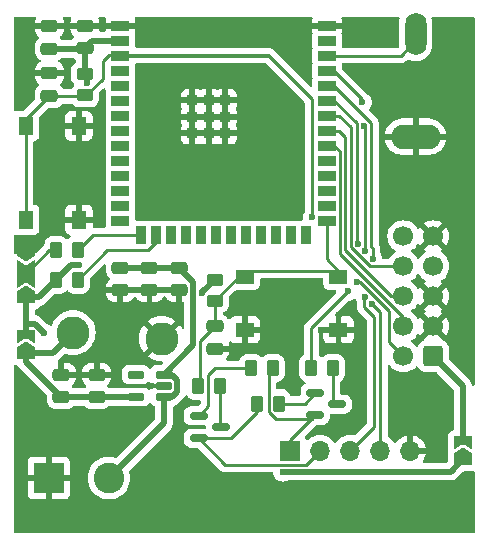
<source format=gtl>
%TF.GenerationSoftware,KiCad,Pcbnew,8.0.1*%
%TF.CreationDate,2024-04-01T15:32:46-05:00*%
%TF.ProjectId,ece445_headset,65636534-3435-45f6-9865-61647365742e,rev?*%
%TF.SameCoordinates,Original*%
%TF.FileFunction,Copper,L1,Top*%
%TF.FilePolarity,Positive*%
%FSLAX46Y46*%
G04 Gerber Fmt 4.6, Leading zero omitted, Abs format (unit mm)*
G04 Created by KiCad (PCBNEW 8.0.1) date 2024-04-01 15:32:46*
%MOMM*%
%LPD*%
G01*
G04 APERTURE LIST*
G04 Aperture macros list*
%AMRoundRect*
0 Rectangle with rounded corners*
0 $1 Rounding radius*
0 $2 $3 $4 $5 $6 $7 $8 $9 X,Y pos of 4 corners*
0 Add a 4 corners polygon primitive as box body*
4,1,4,$2,$3,$4,$5,$6,$7,$8,$9,$2,$3,0*
0 Add four circle primitives for the rounded corners*
1,1,$1+$1,$2,$3*
1,1,$1+$1,$4,$5*
1,1,$1+$1,$6,$7*
1,1,$1+$1,$8,$9*
0 Add four rect primitives between the rounded corners*
20,1,$1+$1,$2,$3,$4,$5,0*
20,1,$1+$1,$4,$5,$6,$7,0*
20,1,$1+$1,$6,$7,$8,$9,0*
20,1,$1+$1,$8,$9,$2,$3,0*%
%AMFreePoly0*
4,1,6,1.000000,0.000000,0.500000,-0.750000,-0.500000,-0.750000,-0.500000,0.750000,0.500000,0.750000,1.000000,0.000000,1.000000,0.000000,$1*%
%AMFreePoly1*
4,1,6,0.500000,-0.750000,-0.650000,-0.750000,-0.150000,0.000000,-0.650000,0.750000,0.500000,0.750000,0.500000,-0.750000,0.500000,-0.750000,$1*%
%AMFreePoly2*
4,1,7,0.700000,0.000000,1.200000,-0.750000,-1.200000,-0.750000,-0.700000,0.000000,-1.200000,0.750000,1.200000,0.750000,0.700000,0.000000,0.700000,0.000000,$1*%
G04 Aperture macros list end*
%TA.AperFunction,SMDPad,CuDef*%
%ADD10RoundRect,0.250000X-0.475000X0.250000X-0.475000X-0.250000X0.475000X-0.250000X0.475000X0.250000X0*%
%TD*%
%TA.AperFunction,ComponentPad*%
%ADD11R,2.600000X2.600000*%
%TD*%
%TA.AperFunction,ComponentPad*%
%ADD12C,2.600000*%
%TD*%
%TA.AperFunction,SMDPad,CuDef*%
%ADD13RoundRect,0.250000X0.475000X-0.250000X0.475000X0.250000X-0.475000X0.250000X-0.475000X-0.250000X0*%
%TD*%
%TA.AperFunction,SMDPad,CuDef*%
%ADD14RoundRect,0.250000X0.262500X0.450000X-0.262500X0.450000X-0.262500X-0.450000X0.262500X-0.450000X0*%
%TD*%
%TA.AperFunction,SMDPad,CuDef*%
%ADD15RoundRect,0.060000X0.615000X-0.240000X0.615000X0.240000X-0.615000X0.240000X-0.615000X-0.240000X0*%
%TD*%
%TA.AperFunction,SMDPad,CuDef*%
%ADD16RoundRect,0.250000X-0.262500X-0.450000X0.262500X-0.450000X0.262500X0.450000X-0.262500X0.450000X0*%
%TD*%
%TA.AperFunction,SMDPad,CuDef*%
%ADD17RoundRect,0.250000X-0.450000X0.262500X-0.450000X-0.262500X0.450000X-0.262500X0.450000X0.262500X0*%
%TD*%
%TA.AperFunction,ComponentPad*%
%ADD18RoundRect,0.250000X0.600000X0.600000X-0.600000X0.600000X-0.600000X-0.600000X0.600000X-0.600000X0*%
%TD*%
%TA.AperFunction,ComponentPad*%
%ADD19C,1.700000*%
%TD*%
%TA.AperFunction,SMDPad,CuDef*%
%ADD20FreePoly0,90.000000*%
%TD*%
%TA.AperFunction,SMDPad,CuDef*%
%ADD21FreePoly1,90.000000*%
%TD*%
%TA.AperFunction,SMDPad,CuDef*%
%ADD22R,1.550000X1.300000*%
%TD*%
%TA.AperFunction,SMDPad,CuDef*%
%ADD23R,1.300000X1.550000*%
%TD*%
%TA.AperFunction,ComponentPad*%
%ADD24O,4.200000X2.100000*%
%TD*%
%TA.AperFunction,ComponentPad*%
%ADD25O,1.800000X3.600000*%
%TD*%
%TA.AperFunction,SMDPad,CuDef*%
%ADD26R,1.498600X0.889000*%
%TD*%
%TA.AperFunction,SMDPad,CuDef*%
%ADD27R,0.889000X1.498600*%
%TD*%
%TA.AperFunction,SMDPad,CuDef*%
%ADD28R,0.889000X0.889000*%
%TD*%
%TA.AperFunction,ComponentPad*%
%ADD29C,2.800000*%
%TD*%
%TA.AperFunction,SMDPad,CuDef*%
%ADD30RoundRect,0.150000X-0.587500X-0.150000X0.587500X-0.150000X0.587500X0.150000X-0.587500X0.150000X0*%
%TD*%
%TA.AperFunction,ComponentPad*%
%ADD31R,1.700000X1.700000*%
%TD*%
%TA.AperFunction,ComponentPad*%
%ADD32O,1.700000X1.700000*%
%TD*%
%TA.AperFunction,SMDPad,CuDef*%
%ADD33FreePoly0,270.000000*%
%TD*%
%TA.AperFunction,SMDPad,CuDef*%
%ADD34FreePoly2,270.000000*%
%TD*%
%TA.AperFunction,ViaPad*%
%ADD35C,0.600000*%
%TD*%
%TA.AperFunction,Conductor*%
%ADD36C,0.508000*%
%TD*%
%TA.AperFunction,Conductor*%
%ADD37C,0.254000*%
%TD*%
G04 APERTURE END LIST*
D10*
%TO.P,C4,1*%
%TO.N,+BATT*%
X84470000Y-68500000D03*
%TO.P,C4,2*%
%TO.N,GND*%
X84470000Y-70400000D03*
%TD*%
D11*
%TO.P,J3,1,Pin_1*%
%TO.N,GND*%
X75955000Y-86305000D03*
D12*
%TO.P,J3,2,Pin_2*%
%TO.N,+BATT*%
X81035000Y-86305000D03*
%TD*%
D10*
%TO.P,C5,1*%
%TO.N,+BATT*%
X82000000Y-68500000D03*
%TO.P,C5,2*%
%TO.N,GND*%
X82000000Y-70400000D03*
%TD*%
D13*
%TO.P,C6,1*%
%TO.N,+3V3*%
X79000000Y-49900000D03*
%TO.P,C6,2*%
%TO.N,GND*%
X79000000Y-48000000D03*
%TD*%
D14*
%TO.P,R3,1*%
%TO.N,/RTS*%
X94912500Y-77000000D03*
%TO.P,R3,2*%
%TO.N,Net-(Q2-B)*%
X93087500Y-77000000D03*
%TD*%
%TO.P,R1,1*%
%TO.N,/GPIO46_STRAPPING*%
X78412500Y-69500000D03*
%TO.P,R1,2*%
%TO.N,+3V3*%
X76587500Y-69500000D03*
%TD*%
%TO.P,R4,1*%
%TO.N,/GPIO3_STRAPPING*%
X78412500Y-67000000D03*
%TO.P,R4,2*%
%TO.N,Net-(JP2-C)*%
X76587500Y-67000000D03*
%TD*%
D13*
%TO.P,C9,1*%
%TO.N,Net-(JP3-A)*%
X77000000Y-79450000D03*
%TO.P,C9,2*%
%TO.N,GND*%
X77000000Y-77550000D03*
%TD*%
D15*
%TO.P,U3,1,VIN*%
%TO.N,+BATT*%
X85685000Y-79450000D03*
%TO.P,U3,2,GND*%
%TO.N,GND*%
X85685000Y-78500000D03*
%TO.P,U3,3,EN*%
%TO.N,+BATT*%
X85685000Y-77550000D03*
%TO.P,U3,4,NC*%
%TO.N,unconnected-(U3-NC-Pad4)*%
X83315000Y-77550000D03*
%TO.P,U3,5,VOUT*%
%TO.N,Net-(JP3-A)*%
X83315000Y-79450000D03*
%TD*%
D16*
%TO.P,R2,1*%
%TO.N,/DTR*%
X93587500Y-80000000D03*
%TO.P,R2,2*%
%TO.N,Net-(Q1-B)*%
X95412500Y-80000000D03*
%TD*%
D17*
%TO.P,R8,1*%
%TO.N,+3V3*%
X90000000Y-69500000D03*
%TO.P,R8,2*%
%TO.N,/GPIO0_STRAPPING*%
X90000000Y-71325000D03*
%TD*%
D18*
%TO.P,J4,1,VTref*%
%TO.N,Net-(J4-VTref)*%
X108500000Y-76000000D03*
D19*
%TO.P,J4,2,SWDIO/TMS*%
%TO.N,/MTMS*%
X105960000Y-76000000D03*
%TO.P,J4,3,GND*%
%TO.N,GND*%
X108500000Y-73460000D03*
%TO.P,J4,4,SWDCLK/TCK*%
%TO.N,/MTCK*%
X105960000Y-73460000D03*
%TO.P,J4,5,GND*%
%TO.N,GND*%
X108500000Y-70920000D03*
%TO.P,J4,6,SWO/TDO*%
%TO.N,/MTDO*%
X105960000Y-70920000D03*
%TO.P,J4,7,KEY*%
%TO.N,unconnected-(J4-KEY-Pad7)*%
X108500000Y-68380000D03*
%TO.P,J4,8,NC/TDI*%
%TO.N,/MTDI*%
X105960000Y-68380000D03*
%TO.P,J4,9,GNDDetect*%
%TO.N,GND*%
X108500000Y-65840000D03*
%TO.P,J4,10,~{RESET}*%
%TO.N,/CHIP_PU*%
X105960000Y-65840000D03*
%TD*%
D20*
%TO.P,JP3,1,A*%
%TO.N,Net-(JP3-A)*%
X74000000Y-75725000D03*
D21*
%TO.P,JP3,2,B*%
%TO.N,+3V3*%
X74000000Y-74275000D03*
%TD*%
D20*
%TO.P,JP1,1,A*%
%TO.N,+3V3*%
X111000000Y-84725000D03*
D21*
%TO.P,JP1,2,B*%
%TO.N,Net-(J4-VTref)*%
X111000000Y-83275000D03*
%TD*%
D17*
%TO.P,R7,1*%
%TO.N,+3V3*%
X79000000Y-52087500D03*
%TO.P,R7,2*%
%TO.N,/CHIP_PU*%
X79000000Y-53912500D03*
%TD*%
D13*
%TO.P,C7,1*%
%TO.N,+3V3*%
X76000000Y-49950000D03*
%TO.P,C7,2*%
%TO.N,GND*%
X76000000Y-48050000D03*
%TD*%
%TO.P,C2,1*%
%TO.N,/CHIP_PU*%
X76000000Y-53950000D03*
%TO.P,C2,2*%
%TO.N,GND*%
X76000000Y-52050000D03*
%TD*%
D22*
%TO.P,SW2,1,1*%
%TO.N,GND*%
X100475000Y-73750000D03*
X92525000Y-73750000D03*
%TO.P,SW2,2,2*%
%TO.N,/GPIO0_STRAPPING*%
X100475000Y-69250000D03*
X92525000Y-69250000D03*
%TD*%
D10*
%TO.P,C3,1*%
%TO.N,/GPIO0_STRAPPING*%
X90000000Y-73462500D03*
%TO.P,C3,2*%
%TO.N,GND*%
X90000000Y-75362500D03*
%TD*%
D23*
%TO.P,SW1,1,1*%
%TO.N,GND*%
X78500000Y-56500000D03*
X78500000Y-64450000D03*
%TO.P,SW1,2,2*%
%TO.N,/CHIP_PU*%
X74000000Y-56500000D03*
X74000000Y-64450000D03*
%TD*%
D24*
%TO.P,J1,1*%
%TO.N,GND*%
X107000000Y-57400000D03*
D25*
%TO.P,J1,2*%
%TO.N,/CSV_OUT*%
X107000000Y-48700000D03*
%TD*%
D26*
%TO.P,U2,1,GND*%
%TO.N,GND*%
X82000000Y-48000000D03*
%TO.P,U2,2,3V3*%
%TO.N,+3V3*%
X82000000Y-49270000D03*
%TO.P,U2,3,EN*%
%TO.N,/CHIP_PU*%
X82000000Y-50540000D03*
%TO.P,U2,4,IO4*%
%TO.N,/GPIO4*%
X82000000Y-51810000D03*
%TO.P,U2,5,IO5*%
%TO.N,/GPIO5*%
X82000000Y-53080000D03*
%TO.P,U2,6,IO6*%
%TO.N,/GPIO6*%
X82000000Y-54350000D03*
%TO.P,U2,7,IO7*%
%TO.N,/GPIO7*%
X82000000Y-55620000D03*
%TO.P,U2,8,IO15*%
%TO.N,/GPIO15*%
X82000000Y-56890000D03*
%TO.P,U2,9,IO16*%
%TO.N,/GPIO16*%
X82000000Y-58160000D03*
%TO.P,U2,10,IO17*%
%TO.N,/GPIO17*%
X82000000Y-59430000D03*
%TO.P,U2,11,IO18*%
%TO.N,/GPIO18*%
X82000000Y-60700000D03*
%TO.P,U2,12,IO8*%
%TO.N,/GPIO8*%
X82000000Y-61970000D03*
%TO.P,U2,13,IO19*%
%TO.N,/GPIO19*%
X82000000Y-63240000D03*
%TO.P,U2,14,IO20*%
%TO.N,/GPIO20*%
X82000000Y-64510000D03*
D27*
%TO.P,U2,15,IO3*%
%TO.N,/GPIO3_STRAPPING*%
X83765000Y-65760000D03*
%TO.P,U2,16,IO46*%
%TO.N,/GPIO46_STRAPPING*%
X85035000Y-65760000D03*
%TO.P,U2,17,IO9*%
%TO.N,/GPIO9*%
X86305000Y-65760000D03*
%TO.P,U2,18,IO10*%
%TO.N,/GPIO10*%
X87575000Y-65760000D03*
%TO.P,U2,19,IO11*%
%TO.N,/GPIO11*%
X88845000Y-65760000D03*
%TO.P,U2,20,IO12*%
%TO.N,/GPIO12*%
X90115000Y-65760000D03*
%TO.P,U2,21,IO13*%
%TO.N,/GPIO21*%
X91385000Y-65760000D03*
%TO.P,U2,22,IO14*%
%TO.N,/GPIO14*%
X92655000Y-65760000D03*
%TO.P,U2,23,IO21*%
%TO.N,/GPIO23*%
X93925000Y-65760000D03*
%TO.P,U2,24,IO47*%
%TO.N,/GPIO24*%
X95195000Y-65760000D03*
%TO.P,U2,25,IO48*%
%TO.N,/GPIO48*%
X96465000Y-65760000D03*
%TO.P,U2,26,IO45*%
%TO.N,/GPIO45_STRAPPING*%
X97735000Y-65760000D03*
D26*
%TO.P,U2,27,IO0*%
%TO.N,/GPIO0_STRAPPING*%
X99500000Y-64510000D03*
%TO.P,U2,28,IO35*%
%TO.N,/GPIO28*%
X99500000Y-63240000D03*
%TO.P,U2,29,IO36*%
%TO.N,/GPIO29*%
X99500000Y-61970000D03*
%TO.P,U2,30,IO37*%
%TO.N,/GPIO37*%
X99500000Y-60700000D03*
%TO.P,U2,31,IO38*%
%TO.N,/GPIO38*%
X99500000Y-59430000D03*
%TO.P,U2,32,IO39*%
%TO.N,/MTCK*%
X99500000Y-58160000D03*
%TO.P,U2,33,IO40*%
%TO.N,/MTDO*%
X99500000Y-56890000D03*
%TO.P,U2,34,IO41*%
%TO.N,/MTDI*%
X99500000Y-55620000D03*
%TO.P,U2,35,IO42*%
%TO.N,/MTMS*%
X99500000Y-54350000D03*
%TO.P,U2,36,RXD0*%
%TO.N,/RX*%
X99500000Y-53080000D03*
%TO.P,U2,37,TXD0*%
%TO.N,/TX*%
X99500000Y-51810000D03*
%TO.P,U2,38,IO2*%
%TO.N,/CSV_OUT*%
X99500000Y-50540000D03*
%TO.P,U2,39,IO1*%
%TO.N,/GPIO1*%
X99500000Y-49270000D03*
%TO.P,U2,40,GND*%
%TO.N,GND*%
X99500000Y-48000000D03*
D28*
%TO.P,U2,41,GND*%
X89500000Y-55720000D03*
%TO.P,U2,42,GND*%
X89500000Y-54320000D03*
%TO.P,U2,43,GND*%
X88100000Y-54320000D03*
%TO.P,U2,44,GND*%
X88100000Y-55720000D03*
%TO.P,U2,45,GND*%
X88100000Y-57120000D03*
%TO.P,U2,46,GND*%
X89500000Y-57120000D03*
%TO.P,U2,47,GND*%
X90900000Y-57120000D03*
%TO.P,U2,48,GND*%
X90900000Y-55720000D03*
%TO.P,U2,49,GND*%
X90900000Y-54320000D03*
%TD*%
D13*
%TO.P,C8,1*%
%TO.N,Net-(JP3-A)*%
X80000000Y-79450000D03*
%TO.P,C8,2*%
%TO.N,GND*%
X80000000Y-77550000D03*
%TD*%
D29*
%TO.P,TP1,1,1*%
%TO.N,Net-(JP3-A)*%
X78000000Y-74000000D03*
%TD*%
D30*
%TO.P,Q1,1,B*%
%TO.N,Net-(Q1-B)*%
X98500000Y-79100000D03*
%TO.P,Q1,2,E*%
%TO.N,/RTS*%
X98500000Y-81000000D03*
%TO.P,Q1,3,C*%
%TO.N,Net-(Q1-C)*%
X100375000Y-80050000D03*
%TD*%
D14*
%TO.P,R6,1*%
%TO.N,Net-(Q2-C)*%
X90412500Y-78500000D03*
%TO.P,R6,2*%
%TO.N,/GPIO0_STRAPPING*%
X88587500Y-78500000D03*
%TD*%
D31*
%TO.P,J2,1,Pin_1*%
%TO.N,/RTS*%
X96380000Y-84000000D03*
D32*
%TO.P,J2,2,Pin_2*%
%TO.N,/DTR*%
X98920000Y-84000000D03*
%TO.P,J2,3,Pin_3*%
%TO.N,/TX*%
X101460000Y-84000000D03*
%TO.P,J2,4,Pin_4*%
%TO.N,/RX*%
X104000000Y-84000000D03*
%TO.P,J2,5,Pin_5*%
%TO.N,GND*%
X106540000Y-84000000D03*
%TD*%
D14*
%TO.P,R5,1*%
%TO.N,Net-(Q1-C)*%
X100000000Y-77000000D03*
%TO.P,R5,2*%
%TO.N,/CHIP_PU*%
X98175000Y-77000000D03*
%TD*%
D30*
%TO.P,Q2,1,B*%
%TO.N,Net-(Q2-B)*%
X88625000Y-81050000D03*
%TO.P,Q2,2,E*%
%TO.N,/DTR*%
X88625000Y-82950000D03*
%TO.P,Q2,3,C*%
%TO.N,Net-(Q2-C)*%
X90500000Y-82000000D03*
%TD*%
D10*
%TO.P,C1,1*%
%TO.N,+BATT*%
X87000000Y-68500000D03*
%TO.P,C1,2*%
%TO.N,GND*%
X87000000Y-70400000D03*
%TD*%
D33*
%TO.P,JP2,1,A*%
%TO.N,GND*%
X74000000Y-67000000D03*
D34*
%TO.P,JP2,2,C*%
%TO.N,Net-(JP2-C)*%
X74000000Y-69000000D03*
D20*
%TO.P,JP2,3,B*%
%TO.N,+3V3*%
X74000000Y-71000000D03*
%TD*%
D29*
%TO.P,TP2,1,1*%
%TO.N,GND*%
X85500000Y-74500000D03*
%TD*%
D35*
%TO.N,GND*%
X95250000Y-70500000D03*
X91500000Y-58500000D03*
X82000000Y-81250000D03*
X108750000Y-80750000D03*
X90000000Y-53000000D03*
X83500000Y-48000000D03*
X100500000Y-75000000D03*
X106000000Y-61750000D03*
X74750000Y-52000000D03*
X97250000Y-71500000D03*
X77500000Y-48000000D03*
X91000000Y-53000000D03*
X107000000Y-61750000D03*
X96250000Y-71500000D03*
X81000000Y-82250000D03*
X80500000Y-48000000D03*
X86500000Y-56500000D03*
X79000000Y-59000000D03*
X84500000Y-78500000D03*
X98000000Y-48000000D03*
X106750000Y-80750000D03*
X79000000Y-82250000D03*
X90500000Y-58500000D03*
X101000000Y-48000000D03*
X96250000Y-72500000D03*
X106750000Y-81750000D03*
X81250000Y-75500000D03*
X92500000Y-56000000D03*
X105750000Y-80750000D03*
X107000000Y-60750000D03*
X107750000Y-80750000D03*
X81250000Y-73500000D03*
X97250000Y-70500000D03*
X82250000Y-72500000D03*
X107750000Y-81750000D03*
X92500000Y-54000000D03*
X79000000Y-60500000D03*
X73500000Y-66000000D03*
X105750000Y-81750000D03*
X100500000Y-72500000D03*
X108000000Y-62750000D03*
X74500000Y-48000000D03*
X74750000Y-66000000D03*
X80000000Y-81250000D03*
X82250000Y-74500000D03*
X95250000Y-72500000D03*
X81250000Y-72500000D03*
X79000000Y-81250000D03*
X89000000Y-53000000D03*
X102000000Y-73750000D03*
X82250000Y-73500000D03*
X89500000Y-58500000D03*
X99000000Y-73750000D03*
X86500000Y-57500000D03*
X82000000Y-82250000D03*
X106000000Y-60750000D03*
X107000000Y-62750000D03*
X92500000Y-55000000D03*
X95250000Y-71500000D03*
X86500000Y-55500000D03*
X77500000Y-52000000D03*
X77500000Y-60500000D03*
X97250000Y-72500000D03*
X81000000Y-81250000D03*
X82250000Y-75500000D03*
X79000000Y-62000000D03*
X88000000Y-53000000D03*
X81250000Y-74500000D03*
X86500000Y-54500000D03*
X108000000Y-61750000D03*
X108750000Y-81750000D03*
X108000000Y-60750000D03*
X106000000Y-62750000D03*
X77500000Y-59000000D03*
X88000000Y-58500000D03*
X92500000Y-57000000D03*
X80000000Y-82250000D03*
X77500000Y-62000000D03*
X96250000Y-70500000D03*
%TO.N,/CHIP_PU*%
X98250000Y-64249302D03*
X101250000Y-70500000D03*
%TO.N,+3V3*%
X75500000Y-74000000D03*
X79221546Y-52891742D03*
X88933000Y-70637474D03*
X78500000Y-68250000D03*
X95750000Y-85804000D03*
%TO.N,/TX*%
X102627000Y-56514783D03*
X102757886Y-67115104D03*
X102735617Y-71014383D03*
X102500000Y-54500000D03*
%TO.N,/RX*%
X103385800Y-67749086D03*
X103301070Y-71579836D03*
%TO.N,/MTMS*%
X102131856Y-66495144D03*
X102056644Y-69693356D03*
%TD*%
D36*
%TO.N,+BATT*%
X85685000Y-79450000D02*
X86359999Y-79450000D01*
X87000000Y-68500000D02*
X88179000Y-69679000D01*
X82000000Y-68500000D02*
X84470000Y-68500000D01*
X86359999Y-77550000D02*
X85685000Y-77550000D01*
X87000000Y-68500000D02*
X84470000Y-68500000D01*
X87000000Y-68500000D02*
X87000000Y-68641658D01*
X88179000Y-75056000D02*
X85685000Y-77550000D01*
X86814000Y-78995999D02*
X86814000Y-78004001D01*
X86814000Y-78004001D02*
X86359999Y-77550000D01*
X88179000Y-69679000D02*
X88179000Y-75056000D01*
X85685000Y-81655000D02*
X85685000Y-79450000D01*
X81035000Y-86305000D02*
X85685000Y-81655000D01*
X86359999Y-79450000D02*
X86814000Y-78995999D01*
D37*
%TO.N,/CHIP_PU*%
X76050000Y-54000000D02*
X76000000Y-53950000D01*
X98250000Y-64249302D02*
X98250000Y-54250000D01*
X80500000Y-51036700D02*
X80500000Y-52500000D01*
X74000000Y-55950000D02*
X74000000Y-56500000D01*
X101250000Y-70500000D02*
X98175000Y-73575000D01*
X98250698Y-64250000D02*
X98250000Y-64249302D01*
X74000000Y-56500000D02*
X74000000Y-64450000D01*
X98250000Y-54250000D02*
X94500000Y-50500000D01*
X94500000Y-50500000D02*
X81036700Y-50500000D01*
X81036700Y-50500000D02*
X80500000Y-51036700D01*
X98175000Y-73575000D02*
X98175000Y-77000000D01*
X76000000Y-53950000D02*
X74000000Y-55950000D01*
X79000000Y-54000000D02*
X76050000Y-54000000D01*
X94540000Y-50540000D02*
X82000000Y-50540000D01*
X80500000Y-52500000D02*
X79000000Y-54000000D01*
%TO.N,/GPIO0_STRAPPING*%
X99500000Y-67775000D02*
X100475000Y-68750000D01*
X88587500Y-78500000D02*
X88760000Y-78327500D01*
X90000000Y-71325000D02*
X90000000Y-71275000D01*
X88760000Y-78327500D02*
X88760000Y-74702500D01*
X88760000Y-74702500D02*
X90000000Y-73462500D01*
X90000000Y-71275000D02*
X92525000Y-68750000D01*
X92525000Y-68750000D02*
X100475000Y-68750000D01*
X90000000Y-73462500D02*
X90000000Y-71325000D01*
X99500000Y-64510000D02*
X99500000Y-67775000D01*
D36*
%TO.N,+3V3*%
X95796000Y-85758000D02*
X109967000Y-85758000D01*
X74000000Y-73250000D02*
X74750000Y-73250000D01*
X74000000Y-73250000D02*
X74000000Y-74266097D01*
X77837500Y-68250000D02*
X76587500Y-69500000D01*
X109967000Y-85758000D02*
X111000000Y-84725000D01*
X79221546Y-52309046D02*
X79000000Y-52087500D01*
X74000000Y-71000000D02*
X74000000Y-73250000D01*
X95750000Y-85804000D02*
X95796000Y-85758000D01*
X74750000Y-73250000D02*
X75500000Y-74000000D01*
X76000000Y-49950000D02*
X78950000Y-49950000D01*
X76000000Y-49950000D02*
X76000000Y-50000000D01*
X76587500Y-69500000D02*
X75087500Y-71000000D01*
X88933000Y-70567000D02*
X90000000Y-69500000D01*
X75087500Y-71000000D02*
X74000000Y-71000000D01*
X79630000Y-49270000D02*
X82000000Y-49270000D01*
X79000000Y-49900000D02*
X79000000Y-52087500D01*
X88933000Y-70637474D02*
X88933000Y-70567000D01*
X79221546Y-52891742D02*
X79221546Y-52309046D01*
X78950000Y-49950000D02*
X79000000Y-49900000D01*
X79000000Y-49900000D02*
X79630000Y-49270000D01*
X78500000Y-68250000D02*
X77837500Y-68250000D01*
%TO.N,Net-(JP3-A)*%
X76275000Y-75725000D02*
X78000000Y-74000000D01*
X80000000Y-79450000D02*
X83315000Y-79450000D01*
X77000000Y-79450000D02*
X80000000Y-79450000D01*
X77000000Y-79450000D02*
X74000000Y-76450000D01*
X74000000Y-76450000D02*
X74000000Y-75725000D01*
X74000000Y-75725000D02*
X76275000Y-75725000D01*
D37*
%TO.N,/DTR*%
X98920000Y-84000000D02*
X97743000Y-85177000D01*
X91337500Y-82950000D02*
X93587500Y-80700000D01*
X88625000Y-82950000D02*
X91337500Y-82950000D01*
X90852000Y-85177000D02*
X88625000Y-82950000D01*
X97743000Y-85177000D02*
X90852000Y-85177000D01*
X93587500Y-80700000D02*
X93587500Y-80000000D01*
%TO.N,/TX*%
X98922200Y-51810000D02*
X99500000Y-51810000D01*
X102758856Y-66991144D02*
X102758856Y-67114134D01*
X103500000Y-81960000D02*
X101460000Y-84000000D01*
X100060000Y-51810000D02*
X99500000Y-51810000D01*
X102674070Y-71839548D02*
X103500000Y-72665478D01*
X102627000Y-56514783D02*
X102758856Y-56646639D01*
X102674070Y-71075930D02*
X102674070Y-71839548D01*
X102735617Y-71014383D02*
X102674070Y-71075930D01*
X103500000Y-72665478D02*
X103500000Y-81960000D01*
X102500000Y-54250000D02*
X100060000Y-51810000D01*
X102758856Y-67114134D02*
X102757886Y-67115104D01*
X102500000Y-54500000D02*
X102500000Y-54250000D01*
X102758856Y-56646639D02*
X102758856Y-66991144D01*
%TO.N,/RTS*%
X94912500Y-77000000D02*
X94573000Y-77339500D01*
X96380000Y-83120000D02*
X98500000Y-81000000D01*
X95177072Y-81300000D02*
X98200000Y-81300000D01*
X98200000Y-81300000D02*
X98500000Y-81000000D01*
X94573000Y-80695928D02*
X95177072Y-81300000D01*
X96380000Y-84000000D02*
X96380000Y-83120000D01*
X94573000Y-77339500D02*
X94573000Y-80695928D01*
%TO.N,/RX*%
X103250000Y-56778495D02*
X103254000Y-56774495D01*
X103254000Y-56256200D02*
X100077800Y-53080000D01*
X103385800Y-67749086D02*
X103385800Y-66862376D01*
X100077800Y-53080000D02*
X99500000Y-53080000D01*
X103301070Y-71579836D02*
X104000000Y-72278766D01*
X98922200Y-53080000D02*
X99500000Y-53080000D01*
X103385800Y-66862376D02*
X103250000Y-66726576D01*
X103254000Y-56774495D02*
X103254000Y-56256200D01*
X104000000Y-72278766D02*
X104000000Y-84000000D01*
X103250000Y-66726576D02*
X103250000Y-56778495D01*
%TO.N,/MTMS*%
X102056644Y-69693356D02*
X102301304Y-69693356D01*
X102000000Y-56272200D02*
X100077800Y-54350000D01*
X102056644Y-69693356D02*
X101928974Y-69821026D01*
X100077800Y-54350000D02*
X99500000Y-54350000D01*
X102131856Y-66495144D02*
X102000000Y-66363288D01*
X102301304Y-69693356D02*
X104783000Y-72175052D01*
X104783000Y-72175052D02*
X104783000Y-74823000D01*
X102000000Y-66363288D02*
X102000000Y-56272200D01*
X104783000Y-74823000D02*
X105960000Y-76000000D01*
%TO.N,/MTDO*%
X105960000Y-70920000D02*
X104920000Y-70920000D01*
X104920000Y-70920000D02*
X101030300Y-67030300D01*
X101030300Y-67030300D02*
X101030300Y-57417000D01*
X100503300Y-56890000D02*
X99500000Y-56890000D01*
X101030300Y-57417000D02*
X100503300Y-56890000D01*
%TO.N,/MTDI*%
X100503300Y-55620000D02*
X99500000Y-55620000D01*
X103130000Y-68380000D02*
X101500000Y-66750000D01*
X101500000Y-56616700D02*
X100503300Y-55620000D01*
X101500000Y-66750000D02*
X101500000Y-56616700D01*
X105960000Y-68380000D02*
X103130000Y-68380000D01*
%TO.N,/MTCK*%
X100077800Y-58160000D02*
X100576300Y-58658500D01*
X100576300Y-67326300D02*
X105960000Y-72710000D01*
X99500000Y-58160000D02*
X100077800Y-58160000D01*
X105960000Y-72710000D02*
X105960000Y-73460000D01*
X100576300Y-58658500D02*
X100576300Y-67326300D01*
%TO.N,/CSV_OUT*%
X107500000Y-48800000D02*
X105760000Y-50540000D01*
X105760000Y-50540000D02*
X99500000Y-50540000D01*
%TO.N,Net-(JP2-C)*%
X76000000Y-67000000D02*
X74000000Y-69000000D01*
X76587500Y-67000000D02*
X76000000Y-67000000D01*
%TO.N,Net-(Q2-C)*%
X90412500Y-78500000D02*
X90412500Y-81912500D01*
X90412500Y-81912500D02*
X90500000Y-82000000D01*
%TO.N,Net-(Q2-B)*%
X89427000Y-80248000D02*
X89427000Y-77573000D01*
X90000000Y-77000000D02*
X93087500Y-77000000D01*
X88625000Y-81050000D02*
X89427000Y-80248000D01*
X89427000Y-77573000D02*
X90000000Y-77000000D01*
D36*
%TO.N,Net-(J4-VTref)*%
X108500000Y-76000000D02*
X111000000Y-78500000D01*
X111000000Y-78500000D02*
X111000000Y-83266097D01*
D37*
%TO.N,/GPIO46_STRAPPING*%
X80912500Y-67000000D02*
X84372800Y-67000000D01*
X78412500Y-69500000D02*
X80912500Y-67000000D01*
X85035000Y-66337800D02*
X85035000Y-65760000D01*
X84372800Y-67000000D02*
X85035000Y-66337800D01*
%TO.N,/GPIO3_STRAPPING*%
X79652500Y-65760000D02*
X78412500Y-67000000D01*
X83765000Y-65760000D02*
X79652500Y-65760000D01*
%TO.N,Net-(Q1-C)*%
X100000000Y-79675000D02*
X100375000Y-80050000D01*
X100000000Y-77000000D02*
X100000000Y-79675000D01*
%TO.N,Net-(Q1-B)*%
X95412500Y-80000000D02*
X97600000Y-80000000D01*
X97600000Y-80000000D02*
X98500000Y-79100000D01*
%TD*%
%TA.AperFunction,Conductor*%
%TO.N,GND*%
G36*
X73232766Y-76728022D02*
G01*
X73296320Y-76757045D01*
X73329679Y-76803306D01*
X73331368Y-76807385D01*
X73331372Y-76807392D01*
X73413942Y-76930968D01*
X73413943Y-76930969D01*
X75738181Y-79255205D01*
X75771666Y-79316528D01*
X75774500Y-79342886D01*
X75774500Y-79750001D01*
X75774501Y-79750019D01*
X75785000Y-79852796D01*
X75785001Y-79852799D01*
X75840185Y-80019331D01*
X75840187Y-80019336D01*
X75874829Y-80075500D01*
X75932288Y-80168656D01*
X76056344Y-80292712D01*
X76205666Y-80384814D01*
X76372203Y-80439999D01*
X76474991Y-80450500D01*
X77525008Y-80450499D01*
X77525016Y-80450498D01*
X77525019Y-80450498D01*
X77581302Y-80444748D01*
X77627797Y-80439999D01*
X77794334Y-80384814D01*
X77943656Y-80292712D01*
X77995549Y-80240819D01*
X78056872Y-80207334D01*
X78083230Y-80204500D01*
X78916770Y-80204500D01*
X78983809Y-80224185D01*
X79004451Y-80240819D01*
X79056344Y-80292712D01*
X79205666Y-80384814D01*
X79372203Y-80439999D01*
X79474991Y-80450500D01*
X80525008Y-80450499D01*
X80525016Y-80450498D01*
X80525019Y-80450498D01*
X80581302Y-80444748D01*
X80627797Y-80439999D01*
X80794334Y-80384814D01*
X80943656Y-80292712D01*
X80995549Y-80240819D01*
X81056872Y-80207334D01*
X81083230Y-80204500D01*
X82452789Y-80204500D01*
X82500241Y-80213938D01*
X82553680Y-80236074D01*
X82663259Y-80250500D01*
X83966740Y-80250499D01*
X83966742Y-80250499D01*
X84040274Y-80240819D01*
X84076320Y-80236074D01*
X84212669Y-80179596D01*
X84329754Y-80089754D01*
X84401625Y-79996089D01*
X84458052Y-79954887D01*
X84527798Y-79950732D01*
X84588718Y-79984944D01*
X84598371Y-79996084D01*
X84670246Y-80089754D01*
X84764564Y-80162126D01*
X84787331Y-80179596D01*
X84853953Y-80207192D01*
X84908356Y-80251033D01*
X84930421Y-80317327D01*
X84930500Y-80321753D01*
X84930500Y-81291112D01*
X84910815Y-81358151D01*
X84894181Y-81378793D01*
X81712373Y-84560601D01*
X81651050Y-84594086D01*
X81588142Y-84591411D01*
X81436773Y-84544720D01*
X81436767Y-84544718D01*
X81169936Y-84504500D01*
X81169929Y-84504500D01*
X80900071Y-84504500D01*
X80900063Y-84504500D01*
X80633232Y-84544718D01*
X80633226Y-84544720D01*
X80375358Y-84624262D01*
X80132230Y-84741346D01*
X79909258Y-84893365D01*
X79711442Y-85076910D01*
X79543185Y-85287898D01*
X79408258Y-85521599D01*
X79408256Y-85521603D01*
X79309666Y-85772804D01*
X79309664Y-85772811D01*
X79249616Y-86035898D01*
X79229451Y-86304995D01*
X79229451Y-86305004D01*
X79249616Y-86574101D01*
X79309664Y-86837188D01*
X79309666Y-86837195D01*
X79355901Y-86955000D01*
X79408257Y-87088398D01*
X79543185Y-87322102D01*
X79679080Y-87492509D01*
X79711442Y-87533089D01*
X79898183Y-87706358D01*
X79909259Y-87716635D01*
X80132226Y-87868651D01*
X80375359Y-87985738D01*
X80633228Y-88065280D01*
X80633229Y-88065280D01*
X80633232Y-88065281D01*
X80900063Y-88105499D01*
X80900068Y-88105499D01*
X80900071Y-88105500D01*
X80900072Y-88105500D01*
X81169928Y-88105500D01*
X81169929Y-88105500D01*
X81169936Y-88105499D01*
X81436767Y-88065281D01*
X81436768Y-88065280D01*
X81436772Y-88065280D01*
X81694641Y-87985738D01*
X81937775Y-87868651D01*
X82160741Y-87716635D01*
X82358561Y-87533085D01*
X82526815Y-87322102D01*
X82661743Y-87088398D01*
X82760334Y-86837195D01*
X82820383Y-86574103D01*
X82837622Y-86344056D01*
X82840549Y-86305004D01*
X82840549Y-86304995D01*
X82823744Y-86080747D01*
X82820383Y-86035897D01*
X82760334Y-85772805D01*
X82754448Y-85757810D01*
X82748280Y-85688215D01*
X82780717Y-85626331D01*
X82782135Y-85624888D01*
X86271059Y-82135966D01*
X86353630Y-82012389D01*
X86398780Y-81903386D01*
X86410505Y-81875080D01*
X86415394Y-81850500D01*
X86439501Y-81729312D01*
X86439501Y-81580688D01*
X86439501Y-81575578D01*
X86439500Y-81575552D01*
X86439500Y-80321753D01*
X86459185Y-80254714D01*
X86511989Y-80208959D01*
X86516047Y-80207192D01*
X86522546Y-80204500D01*
X86582669Y-80179596D01*
X86584336Y-80178316D01*
X86612378Y-80162126D01*
X86656338Y-80143918D01*
X86677921Y-80134977D01*
X86717388Y-80118630D01*
X86840965Y-80036059D01*
X87294963Y-79582059D01*
X87294966Y-79582058D01*
X87400059Y-79476965D01*
X87482629Y-79353389D01*
X87482631Y-79353383D01*
X87484240Y-79350976D01*
X87537852Y-79306171D01*
X87607177Y-79297463D01*
X87670205Y-79327617D01*
X87692881Y-79354768D01*
X87719056Y-79397204D01*
X87732288Y-79418656D01*
X87856344Y-79542712D01*
X88005666Y-79634814D01*
X88172203Y-79689999D01*
X88274991Y-79700500D01*
X88675500Y-79700499D01*
X88742539Y-79720183D01*
X88788294Y-79772987D01*
X88799500Y-79824499D01*
X88799500Y-79936719D01*
X88779815Y-80003758D01*
X88763181Y-80024400D01*
X88574400Y-80213181D01*
X88513077Y-80246666D01*
X88486719Y-80249500D01*
X87971798Y-80249500D01*
X87934932Y-80252401D01*
X87934926Y-80252402D01*
X87777106Y-80298254D01*
X87777103Y-80298255D01*
X87635637Y-80381917D01*
X87635629Y-80381923D01*
X87519423Y-80498129D01*
X87519417Y-80498137D01*
X87435755Y-80639603D01*
X87435754Y-80639606D01*
X87389902Y-80797426D01*
X87389901Y-80797432D01*
X87387000Y-80834298D01*
X87387000Y-81265701D01*
X87389901Y-81302567D01*
X87389902Y-81302573D01*
X87435754Y-81460393D01*
X87435755Y-81460396D01*
X87519417Y-81601862D01*
X87519423Y-81601870D01*
X87635629Y-81718076D01*
X87635633Y-81718079D01*
X87635635Y-81718081D01*
X87777102Y-81801744D01*
X87782575Y-81803334D01*
X87934926Y-81847597D01*
X87934929Y-81847597D01*
X87934931Y-81847598D01*
X87971806Y-81850500D01*
X89138000Y-81850500D01*
X89205039Y-81870185D01*
X89250794Y-81922989D01*
X89262000Y-81974500D01*
X89262000Y-82025500D01*
X89242315Y-82092539D01*
X89189511Y-82138294D01*
X89138000Y-82149500D01*
X87971798Y-82149500D01*
X87934932Y-82152401D01*
X87934926Y-82152402D01*
X87777106Y-82198254D01*
X87777103Y-82198255D01*
X87635637Y-82281917D01*
X87635629Y-82281923D01*
X87519423Y-82398129D01*
X87519417Y-82398137D01*
X87435755Y-82539603D01*
X87435754Y-82539606D01*
X87389902Y-82697426D01*
X87389901Y-82697432D01*
X87387000Y-82734298D01*
X87387000Y-83165701D01*
X87389901Y-83202567D01*
X87389902Y-83202573D01*
X87435754Y-83360393D01*
X87435755Y-83360396D01*
X87519417Y-83501862D01*
X87519423Y-83501870D01*
X87635629Y-83618076D01*
X87635633Y-83618079D01*
X87635635Y-83618081D01*
X87777102Y-83701744D01*
X87818724Y-83713836D01*
X87934926Y-83747597D01*
X87934929Y-83747597D01*
X87934931Y-83747598D01*
X87971806Y-83750500D01*
X88486719Y-83750500D01*
X88553758Y-83770185D01*
X88574400Y-83786819D01*
X90364589Y-85577008D01*
X90412408Y-85624827D01*
X90451994Y-85664413D01*
X90451996Y-85664414D01*
X90554756Y-85733076D01*
X90554758Y-85733077D01*
X90554767Y-85733083D01*
X90579772Y-85743440D01*
X90602071Y-85752677D01*
X90636213Y-85766819D01*
X90668966Y-85780386D01*
X90768137Y-85800112D01*
X90790192Y-85804499D01*
X90790196Y-85804500D01*
X90790197Y-85804500D01*
X94833678Y-85804500D01*
X94900717Y-85824185D01*
X94946472Y-85876989D01*
X94956898Y-85914617D01*
X94964630Y-85983249D01*
X95024210Y-86153521D01*
X95024211Y-86153522D01*
X95120184Y-86306262D01*
X95247738Y-86433816D01*
X95326814Y-86483503D01*
X95395671Y-86526769D01*
X95400478Y-86529789D01*
X95527120Y-86574103D01*
X95570745Y-86589368D01*
X95570750Y-86589369D01*
X95749996Y-86609565D01*
X95750000Y-86609565D01*
X95750004Y-86609565D01*
X95929249Y-86589369D01*
X95929252Y-86589368D01*
X95929255Y-86589368D01*
X96099522Y-86529789D01*
X96099523Y-86529787D01*
X96099529Y-86529786D01*
X96105795Y-86526769D01*
X96106701Y-86528650D01*
X96162762Y-86512500D01*
X109886554Y-86512500D01*
X109886574Y-86512501D01*
X109892688Y-86512501D01*
X110041314Y-86512501D01*
X110162894Y-86488315D01*
X110162894Y-86488316D01*
X110162900Y-86488313D01*
X110187080Y-86483505D01*
X110257104Y-86454500D01*
X110324389Y-86426630D01*
X110447966Y-86344059D01*
X111025205Y-85766818D01*
X111086528Y-85733334D01*
X111112886Y-85730500D01*
X111750000Y-85730500D01*
X111821940Y-85725355D01*
X111840562Y-85719886D01*
X111910432Y-85719885D01*
X111969211Y-85757658D01*
X111998237Y-85821213D01*
X111999500Y-85838863D01*
X111999500Y-90875500D01*
X111979815Y-90942539D01*
X111927011Y-90988294D01*
X111875500Y-90999500D01*
X73124500Y-90999500D01*
X73057461Y-90979815D01*
X73011706Y-90927011D01*
X73000500Y-90875500D01*
X73000500Y-87652844D01*
X74155000Y-87652844D01*
X74161401Y-87712372D01*
X74161403Y-87712379D01*
X74211645Y-87847086D01*
X74211649Y-87847093D01*
X74297809Y-87962187D01*
X74297812Y-87962190D01*
X74412906Y-88048350D01*
X74412913Y-88048354D01*
X74547620Y-88098596D01*
X74547627Y-88098598D01*
X74607155Y-88104999D01*
X74607172Y-88105000D01*
X75705000Y-88105000D01*
X75705000Y-86905001D01*
X75765402Y-86930021D01*
X75890981Y-86955000D01*
X76019019Y-86955000D01*
X76144598Y-86930021D01*
X76205000Y-86905001D01*
X76205000Y-88105000D01*
X77302828Y-88105000D01*
X77302844Y-88104999D01*
X77362372Y-88098598D01*
X77362379Y-88098596D01*
X77497086Y-88048354D01*
X77497093Y-88048350D01*
X77612187Y-87962190D01*
X77612190Y-87962187D01*
X77698350Y-87847093D01*
X77698354Y-87847086D01*
X77748596Y-87712379D01*
X77748598Y-87712372D01*
X77754999Y-87652844D01*
X77755000Y-87652827D01*
X77755000Y-86555000D01*
X76555001Y-86555000D01*
X76580021Y-86494598D01*
X76605000Y-86369019D01*
X76605000Y-86240981D01*
X76580021Y-86115402D01*
X76555001Y-86055000D01*
X77755000Y-86055000D01*
X77755000Y-84957172D01*
X77754999Y-84957155D01*
X77748598Y-84897627D01*
X77748596Y-84897620D01*
X77698354Y-84762913D01*
X77698350Y-84762906D01*
X77612190Y-84647812D01*
X77612187Y-84647809D01*
X77497093Y-84561649D01*
X77497086Y-84561645D01*
X77362379Y-84511403D01*
X77362372Y-84511401D01*
X77302844Y-84505000D01*
X76205000Y-84505000D01*
X76205000Y-85704998D01*
X76144598Y-85679979D01*
X76019019Y-85655000D01*
X75890981Y-85655000D01*
X75765402Y-85679979D01*
X75705000Y-85704998D01*
X75705000Y-84505000D01*
X74607155Y-84505000D01*
X74547627Y-84511401D01*
X74547620Y-84511403D01*
X74412913Y-84561645D01*
X74412906Y-84561649D01*
X74297812Y-84647809D01*
X74297809Y-84647812D01*
X74211649Y-84762906D01*
X74211645Y-84762913D01*
X74161403Y-84897620D01*
X74161401Y-84897627D01*
X74155000Y-84957155D01*
X74155000Y-86055000D01*
X75354999Y-86055000D01*
X75329979Y-86115402D01*
X75305000Y-86240981D01*
X75305000Y-86369019D01*
X75329979Y-86494598D01*
X75354999Y-86555000D01*
X74155000Y-86555000D01*
X74155000Y-87652844D01*
X73000500Y-87652844D01*
X73000500Y-76837731D01*
X73020185Y-76770692D01*
X73072989Y-76724937D01*
X73142145Y-76714993D01*
X73232766Y-76728022D01*
G37*
%TD.AperFunction*%
%TA.AperFunction,Conductor*%
G36*
X104832703Y-76751083D02*
G01*
X104853075Y-76773673D01*
X104919109Y-76867980D01*
X104921505Y-76871401D01*
X105088599Y-77038495D01*
X105131675Y-77068657D01*
X105282165Y-77174032D01*
X105282167Y-77174033D01*
X105282170Y-77174035D01*
X105496337Y-77273903D01*
X105724592Y-77335063D01*
X105901034Y-77350500D01*
X105959999Y-77355659D01*
X105960000Y-77355659D01*
X105960001Y-77355659D01*
X106018966Y-77350500D01*
X106195408Y-77335063D01*
X106423663Y-77273903D01*
X106637830Y-77174035D01*
X106831401Y-77038495D01*
X106998495Y-76871401D01*
X106998504Y-76871388D01*
X106999636Y-76870040D01*
X107000293Y-76869602D01*
X107002323Y-76867573D01*
X107002730Y-76867980D01*
X107057805Y-76831334D01*
X107127666Y-76830220D01*
X107187038Y-76867053D01*
X107212337Y-76910735D01*
X107215185Y-76919331D01*
X107215187Y-76919336D01*
X107222362Y-76930968D01*
X107307288Y-77068656D01*
X107431344Y-77192712D01*
X107580666Y-77284814D01*
X107747203Y-77339999D01*
X107849991Y-77350500D01*
X108732112Y-77350499D01*
X108799151Y-77370183D01*
X108819793Y-77386818D01*
X110209181Y-78776205D01*
X110242666Y-78837528D01*
X110245500Y-78863886D01*
X110245500Y-82162017D01*
X110225815Y-82229056D01*
X110173011Y-82274811D01*
X110156436Y-82280994D01*
X110097546Y-82298286D01*
X110040008Y-82315181D01*
X110040006Y-82315182D01*
X110040005Y-82315182D01*
X109918969Y-82392967D01*
X109918965Y-82392971D01*
X109824750Y-82501700D01*
X109824744Y-82501709D01*
X109764976Y-82632580D01*
X109764975Y-82632585D01*
X109744500Y-82774999D01*
X109744500Y-83925021D01*
X109750923Y-84005330D01*
X109750925Y-84005338D01*
X109759787Y-84033745D01*
X109764151Y-84088319D01*
X109744500Y-84224999D01*
X109744500Y-84862113D01*
X109724815Y-84929152D01*
X109708181Y-84949794D01*
X109690794Y-84967181D01*
X109629471Y-85000666D01*
X109603113Y-85003500D01*
X107723589Y-85003500D01*
X107656550Y-84983815D01*
X107610795Y-84931011D01*
X107600851Y-84861853D01*
X107622014Y-84808376D01*
X107713600Y-84677578D01*
X107813429Y-84463492D01*
X107813432Y-84463486D01*
X107870636Y-84250000D01*
X106973012Y-84250000D01*
X107005925Y-84192993D01*
X107040000Y-84065826D01*
X107040000Y-83934174D01*
X107005925Y-83807007D01*
X106973012Y-83750000D01*
X107870636Y-83750000D01*
X107870635Y-83749999D01*
X107813432Y-83536513D01*
X107813429Y-83536507D01*
X107713600Y-83322422D01*
X107713599Y-83322420D01*
X107578113Y-83128926D01*
X107578108Y-83128920D01*
X107411082Y-82961894D01*
X107217578Y-82826399D01*
X107003492Y-82726570D01*
X107003486Y-82726567D01*
X106790000Y-82669364D01*
X106790000Y-83566988D01*
X106732993Y-83534075D01*
X106605826Y-83500000D01*
X106474174Y-83500000D01*
X106347007Y-83534075D01*
X106290000Y-83566988D01*
X106290000Y-82669364D01*
X106289999Y-82669364D01*
X106076513Y-82726567D01*
X106076507Y-82726570D01*
X105862422Y-82826399D01*
X105862420Y-82826400D01*
X105668926Y-82961886D01*
X105668920Y-82961891D01*
X105501891Y-83128920D01*
X105501890Y-83128922D01*
X105371880Y-83314595D01*
X105317303Y-83358219D01*
X105247804Y-83365412D01*
X105185450Y-83333890D01*
X105168730Y-83314594D01*
X105038494Y-83128597D01*
X104871402Y-82961506D01*
X104871401Y-82961505D01*
X104680376Y-82827748D01*
X104636752Y-82773171D01*
X104627500Y-82726173D01*
X104627500Y-76844796D01*
X104647185Y-76777757D01*
X104699989Y-76732002D01*
X104769147Y-76722058D01*
X104832703Y-76751083D01*
G37*
%TD.AperFunction*%
%TA.AperFunction,Conductor*%
G36*
X101886520Y-71115453D02*
G01*
X101937417Y-71163320D01*
X101946966Y-71187408D01*
X101947949Y-71187065D01*
X102009827Y-71363904D01*
X102009828Y-71363905D01*
X102027563Y-71392130D01*
X102046570Y-71458103D01*
X102046570Y-71901355D01*
X102070682Y-72022575D01*
X102070684Y-72022583D01*
X102095503Y-72082501D01*
X102117985Y-72136778D01*
X102147006Y-72180210D01*
X102147006Y-72180211D01*
X102186660Y-72239558D01*
X102186663Y-72239561D01*
X102836181Y-72889078D01*
X102869666Y-72950401D01*
X102872500Y-72976759D01*
X102872500Y-81648718D01*
X102852815Y-81715757D01*
X102836181Y-81736399D01*
X101913415Y-82659164D01*
X101852092Y-82692649D01*
X101793641Y-82691258D01*
X101695413Y-82664938D01*
X101695403Y-82664936D01*
X101460001Y-82644341D01*
X101459999Y-82644341D01*
X101224596Y-82664936D01*
X101224586Y-82664938D01*
X100996344Y-82726094D01*
X100996335Y-82726098D01*
X100782171Y-82825964D01*
X100782169Y-82825965D01*
X100588597Y-82961505D01*
X100421505Y-83128597D01*
X100291575Y-83314158D01*
X100236998Y-83357783D01*
X100167500Y-83364977D01*
X100105145Y-83333454D01*
X100088425Y-83314158D01*
X99958494Y-83128597D01*
X99791402Y-82961506D01*
X99791395Y-82961501D01*
X99597834Y-82825967D01*
X99597830Y-82825965D01*
X99579136Y-82817248D01*
X99383663Y-82726097D01*
X99383659Y-82726096D01*
X99383655Y-82726094D01*
X99155413Y-82664938D01*
X99155403Y-82664936D01*
X98920001Y-82644341D01*
X98919999Y-82644341D01*
X98684596Y-82664936D01*
X98684586Y-82664938D01*
X98456344Y-82726094D01*
X98456335Y-82726098D01*
X98242171Y-82825964D01*
X98242169Y-82825965D01*
X98048600Y-82961503D01*
X97926673Y-83083430D01*
X97865350Y-83116914D01*
X97795658Y-83111930D01*
X97739725Y-83070058D01*
X97722810Y-83039081D01*
X97673797Y-82907671D01*
X97673795Y-82907668D01*
X97655113Y-82882712D01*
X97630695Y-82817248D01*
X97645546Y-82748975D01*
X97666694Y-82720723D01*
X98550600Y-81836819D01*
X98611923Y-81803334D01*
X98638281Y-81800500D01*
X99153186Y-81800500D01*
X99153194Y-81800500D01*
X99190069Y-81797598D01*
X99190071Y-81797597D01*
X99190073Y-81797597D01*
X99231691Y-81785505D01*
X99347898Y-81751744D01*
X99489365Y-81668081D01*
X99605581Y-81551865D01*
X99689244Y-81410398D01*
X99735098Y-81252569D01*
X99738000Y-81215694D01*
X99738000Y-80974500D01*
X99757685Y-80907461D01*
X99810489Y-80861706D01*
X99862000Y-80850500D01*
X101028186Y-80850500D01*
X101028194Y-80850500D01*
X101065069Y-80847598D01*
X101065071Y-80847597D01*
X101065073Y-80847597D01*
X101110847Y-80834298D01*
X101222898Y-80801744D01*
X101364365Y-80718081D01*
X101480581Y-80601865D01*
X101564244Y-80460398D01*
X101598005Y-80344191D01*
X101610097Y-80302573D01*
X101610098Y-80302567D01*
X101610437Y-80298256D01*
X101613000Y-80265694D01*
X101613000Y-79834306D01*
X101610098Y-79797431D01*
X101602996Y-79772987D01*
X101564245Y-79639606D01*
X101564244Y-79639603D01*
X101564244Y-79639602D01*
X101480581Y-79498135D01*
X101480579Y-79498133D01*
X101480576Y-79498129D01*
X101364370Y-79381923D01*
X101364362Y-79381917D01*
X101252122Y-79315539D01*
X101222898Y-79298256D01*
X101222897Y-79298255D01*
X101222896Y-79298255D01*
X101222893Y-79298254D01*
X101065073Y-79252402D01*
X101065067Y-79252401D01*
X101028201Y-79249500D01*
X101028194Y-79249500D01*
X100751500Y-79249500D01*
X100684461Y-79229815D01*
X100638706Y-79177011D01*
X100627500Y-79125500D01*
X100627500Y-78175853D01*
X100647185Y-78108814D01*
X100686401Y-78070316D01*
X100731156Y-78042712D01*
X100855212Y-77918656D01*
X100947314Y-77769334D01*
X101002499Y-77602797D01*
X101013000Y-77500009D01*
X101012999Y-76499992D01*
X101009821Y-76468886D01*
X101002499Y-76397203D01*
X101002498Y-76397200D01*
X100986102Y-76347720D01*
X100947314Y-76230666D01*
X100855212Y-76081344D01*
X100731156Y-75957288D01*
X100615513Y-75885959D01*
X100581836Y-75865187D01*
X100581831Y-75865185D01*
X100580362Y-75864698D01*
X100415297Y-75810001D01*
X100415295Y-75810000D01*
X100312510Y-75799500D01*
X99687498Y-75799500D01*
X99687480Y-75799501D01*
X99584703Y-75810000D01*
X99584700Y-75810001D01*
X99418168Y-75865185D01*
X99418163Y-75865187D01*
X99268842Y-75957289D01*
X99175181Y-76050951D01*
X99113858Y-76084436D01*
X99044166Y-76079452D01*
X98999819Y-76050951D01*
X98906155Y-75957287D01*
X98861402Y-75929683D01*
X98814678Y-75877735D01*
X98802500Y-75824145D01*
X98802500Y-74000000D01*
X99200000Y-74000000D01*
X99200000Y-74447844D01*
X99206401Y-74507372D01*
X99206403Y-74507379D01*
X99256645Y-74642086D01*
X99256649Y-74642093D01*
X99342809Y-74757187D01*
X99342812Y-74757190D01*
X99457906Y-74843350D01*
X99457913Y-74843354D01*
X99592620Y-74893596D01*
X99592627Y-74893598D01*
X99652155Y-74899999D01*
X99652172Y-74900000D01*
X100225000Y-74900000D01*
X100225000Y-74000000D01*
X100725000Y-74000000D01*
X100725000Y-74900000D01*
X101297828Y-74900000D01*
X101297844Y-74899999D01*
X101357372Y-74893598D01*
X101357379Y-74893596D01*
X101492086Y-74843354D01*
X101492093Y-74843350D01*
X101607187Y-74757190D01*
X101607190Y-74757187D01*
X101693350Y-74642093D01*
X101693354Y-74642086D01*
X101743596Y-74507379D01*
X101743598Y-74507372D01*
X101749999Y-74447844D01*
X101750000Y-74447827D01*
X101750000Y-74000000D01*
X100725000Y-74000000D01*
X100225000Y-74000000D01*
X99200000Y-74000000D01*
X98802500Y-74000000D01*
X98802500Y-73886280D01*
X98822185Y-73819241D01*
X98838814Y-73798604D01*
X99101100Y-73536317D01*
X99162422Y-73502834D01*
X99188780Y-73500000D01*
X100225000Y-73500000D01*
X100225000Y-72600000D01*
X100725000Y-72600000D01*
X100725000Y-73500000D01*
X101750000Y-73500000D01*
X101750000Y-73052172D01*
X101749999Y-73052155D01*
X101743598Y-72992627D01*
X101743596Y-72992620D01*
X101693354Y-72857913D01*
X101693350Y-72857906D01*
X101607190Y-72742812D01*
X101607187Y-72742809D01*
X101492093Y-72656649D01*
X101492086Y-72656645D01*
X101357379Y-72606403D01*
X101357372Y-72606401D01*
X101297844Y-72600000D01*
X100725000Y-72600000D01*
X100225000Y-72600000D01*
X100218890Y-72593890D01*
X100185405Y-72532567D01*
X100190389Y-72462875D01*
X100218890Y-72418528D01*
X100755387Y-71882031D01*
X101311567Y-71325850D01*
X101372888Y-71292367D01*
X101385345Y-71290315D01*
X101429255Y-71285368D01*
X101599522Y-71225789D01*
X101752262Y-71129816D01*
X101752269Y-71129808D01*
X101753139Y-71129116D01*
X101753814Y-71128840D01*
X101758158Y-71126111D01*
X101758635Y-71126871D01*
X101817824Y-71102702D01*
X101886520Y-71115453D01*
G37*
%TD.AperFunction*%
%TA.AperFunction,Conductor*%
G36*
X99142540Y-69397185D02*
G01*
X99188295Y-69449989D01*
X99199501Y-69501500D01*
X99199501Y-69947876D01*
X99205908Y-70007483D01*
X99256202Y-70142328D01*
X99256206Y-70142335D01*
X99342452Y-70257544D01*
X99342455Y-70257547D01*
X99457664Y-70343793D01*
X99457671Y-70343797D01*
X99592517Y-70394091D01*
X99592516Y-70394091D01*
X99599444Y-70394835D01*
X99652127Y-70400500D01*
X100162719Y-70400499D01*
X100229757Y-70420183D01*
X100275512Y-70472987D01*
X100285456Y-70542146D01*
X100256431Y-70605702D01*
X100250399Y-70612180D01*
X98393502Y-72469079D01*
X97774992Y-73087589D01*
X97687589Y-73174992D01*
X97624227Y-73269821D01*
X97618916Y-73277769D01*
X97605061Y-73311214D01*
X97605062Y-73311215D01*
X97571614Y-73391964D01*
X97569286Y-73403668D01*
X97550575Y-73497738D01*
X97547500Y-73513197D01*
X97547500Y-73513198D01*
X97547500Y-75824145D01*
X97527815Y-75891184D01*
X97488598Y-75929683D01*
X97443844Y-75957287D01*
X97319789Y-76081342D01*
X97227687Y-76230663D01*
X97227685Y-76230668D01*
X97227008Y-76232712D01*
X97172501Y-76397203D01*
X97172501Y-76397204D01*
X97172500Y-76397204D01*
X97162000Y-76499983D01*
X97162000Y-77500001D01*
X97162001Y-77500019D01*
X97172500Y-77602796D01*
X97172501Y-77602799D01*
X97211562Y-77720676D01*
X97227686Y-77769334D01*
X97319788Y-77918656D01*
X97443844Y-78042712D01*
X97593166Y-78134814D01*
X97603564Y-78138259D01*
X97661008Y-78178029D01*
X97687833Y-78242545D01*
X97675519Y-78311321D01*
X97627977Y-78362522D01*
X97627682Y-78362697D01*
X97510638Y-78431916D01*
X97510629Y-78431923D01*
X97394423Y-78548129D01*
X97394417Y-78548137D01*
X97310755Y-78689603D01*
X97310754Y-78689606D01*
X97264902Y-78847426D01*
X97264901Y-78847432D01*
X97262000Y-78884298D01*
X97262000Y-79248500D01*
X97242315Y-79315539D01*
X97189511Y-79361294D01*
X97138000Y-79372500D01*
X96496354Y-79372500D01*
X96429315Y-79352815D01*
X96383560Y-79300011D01*
X96378648Y-79287504D01*
X96367945Y-79255205D01*
X96359814Y-79230666D01*
X96267712Y-79081344D01*
X96143656Y-78957288D01*
X95994334Y-78865186D01*
X95827797Y-78810001D01*
X95827795Y-78810000D01*
X95725016Y-78799500D01*
X95725009Y-78799500D01*
X95324500Y-78799500D01*
X95257461Y-78779815D01*
X95211706Y-78727011D01*
X95200500Y-78675500D01*
X95200500Y-78314981D01*
X95220185Y-78247942D01*
X95272989Y-78202187D01*
X95311899Y-78191623D01*
X95312391Y-78191572D01*
X95327797Y-78189999D01*
X95494334Y-78134814D01*
X95643656Y-78042712D01*
X95767712Y-77918656D01*
X95859814Y-77769334D01*
X95914999Y-77602797D01*
X95925500Y-77500009D01*
X95925499Y-76499992D01*
X95922321Y-76468886D01*
X95914999Y-76397203D01*
X95914998Y-76397200D01*
X95898602Y-76347720D01*
X95859814Y-76230666D01*
X95767712Y-76081344D01*
X95643656Y-75957288D01*
X95528013Y-75885959D01*
X95494336Y-75865187D01*
X95494331Y-75865185D01*
X95492862Y-75864698D01*
X95327797Y-75810001D01*
X95327795Y-75810000D01*
X95225010Y-75799500D01*
X94599998Y-75799500D01*
X94599980Y-75799501D01*
X94497203Y-75810000D01*
X94497200Y-75810001D01*
X94330668Y-75865185D01*
X94330663Y-75865187D01*
X94181342Y-75957289D01*
X94087681Y-76050951D01*
X94026358Y-76084436D01*
X93956666Y-76079452D01*
X93912319Y-76050951D01*
X93818657Y-75957289D01*
X93818656Y-75957288D01*
X93703013Y-75885959D01*
X93669336Y-75865187D01*
X93669331Y-75865185D01*
X93667862Y-75864698D01*
X93502797Y-75810001D01*
X93502795Y-75810000D01*
X93400010Y-75799500D01*
X92774998Y-75799500D01*
X92774980Y-75799501D01*
X92672203Y-75810000D01*
X92672200Y-75810001D01*
X92505668Y-75865185D01*
X92505663Y-75865187D01*
X92356342Y-75957289D01*
X92232289Y-76081342D01*
X92140187Y-76230663D01*
X92140185Y-76230668D01*
X92121352Y-76287504D01*
X92081579Y-76344949D01*
X92017063Y-76371772D01*
X92003646Y-76372500D01*
X91075023Y-76372500D01*
X91007984Y-76352815D01*
X90962229Y-76300011D01*
X90952285Y-76230853D01*
X90981310Y-76167297D01*
X90987342Y-76160819D01*
X91067315Y-76080845D01*
X91159356Y-75931624D01*
X91159358Y-75931619D01*
X91214505Y-75765197D01*
X91214506Y-75765190D01*
X91224999Y-75662486D01*
X91225000Y-75662473D01*
X91225000Y-75612500D01*
X89874000Y-75612500D01*
X89806961Y-75592815D01*
X89761206Y-75540011D01*
X89750000Y-75488500D01*
X89750000Y-75236500D01*
X89769685Y-75169461D01*
X89822489Y-75123706D01*
X89874000Y-75112500D01*
X91224999Y-75112500D01*
X91224999Y-75062528D01*
X91224998Y-75062513D01*
X91214506Y-74959804D01*
X91190297Y-74886748D01*
X91187895Y-74816919D01*
X91223626Y-74756877D01*
X91286147Y-74725684D01*
X91355606Y-74733244D01*
X91384956Y-74752883D01*
X91385712Y-74751875D01*
X91507906Y-74843350D01*
X91507913Y-74843354D01*
X91642620Y-74893596D01*
X91642627Y-74893598D01*
X91702155Y-74899999D01*
X91702172Y-74900000D01*
X92275000Y-74900000D01*
X92275000Y-74000000D01*
X92775000Y-74000000D01*
X92775000Y-74900000D01*
X93347828Y-74900000D01*
X93347844Y-74899999D01*
X93407372Y-74893598D01*
X93407379Y-74893596D01*
X93542086Y-74843354D01*
X93542093Y-74843350D01*
X93657187Y-74757190D01*
X93657190Y-74757187D01*
X93743350Y-74642093D01*
X93743354Y-74642086D01*
X93793596Y-74507379D01*
X93793598Y-74507372D01*
X93799999Y-74447844D01*
X93800000Y-74447827D01*
X93800000Y-74000000D01*
X92775000Y-74000000D01*
X92275000Y-74000000D01*
X92275000Y-72600000D01*
X92775000Y-72600000D01*
X92775000Y-73500000D01*
X93800000Y-73500000D01*
X93800000Y-73052172D01*
X93799999Y-73052155D01*
X93793598Y-72992627D01*
X93793596Y-72992620D01*
X93743354Y-72857913D01*
X93743350Y-72857906D01*
X93657190Y-72742812D01*
X93657187Y-72742809D01*
X93542093Y-72656649D01*
X93542086Y-72656645D01*
X93407379Y-72606403D01*
X93407372Y-72606401D01*
X93347844Y-72600000D01*
X92775000Y-72600000D01*
X92275000Y-72600000D01*
X91702155Y-72600000D01*
X91642627Y-72606401D01*
X91642620Y-72606403D01*
X91507913Y-72656645D01*
X91507906Y-72656649D01*
X91392812Y-72742809D01*
X91323392Y-72835542D01*
X91267458Y-72877412D01*
X91197766Y-72882396D01*
X91136444Y-72848910D01*
X91118587Y-72826326D01*
X91067712Y-72743844D01*
X90943657Y-72619789D01*
X90943656Y-72619788D01*
X90846769Y-72560028D01*
X90794336Y-72527687D01*
X90794327Y-72527683D01*
X90751713Y-72513562D01*
X90694269Y-72473789D01*
X90667447Y-72409273D01*
X90679763Y-72340497D01*
X90727307Y-72289298D01*
X90751710Y-72278153D01*
X90769334Y-72272314D01*
X90918656Y-72180212D01*
X91042712Y-72056156D01*
X91134814Y-71906834D01*
X91189999Y-71740297D01*
X91200500Y-71637509D01*
X91200499Y-71013279D01*
X91220183Y-70946241D01*
X91236813Y-70925604D01*
X91725600Y-70436818D01*
X91786923Y-70403333D01*
X91813281Y-70400499D01*
X93347871Y-70400499D01*
X93347872Y-70400499D01*
X93407483Y-70394091D01*
X93542331Y-70343796D01*
X93657546Y-70257546D01*
X93743796Y-70142331D01*
X93794091Y-70007483D01*
X93800500Y-69947873D01*
X93800500Y-69501500D01*
X93820185Y-69434461D01*
X93872989Y-69388706D01*
X93924500Y-69377500D01*
X99075501Y-69377500D01*
X99142540Y-69397185D01*
G37*
%TD.AperFunction*%
%TA.AperFunction,Conductor*%
G36*
X80693834Y-68208597D02*
G01*
X80749767Y-68250469D01*
X80774184Y-68315933D01*
X80774500Y-68324779D01*
X80774500Y-68800001D01*
X80774501Y-68800019D01*
X80785000Y-68902796D01*
X80785001Y-68902799D01*
X80840185Y-69069331D01*
X80840187Y-69069336D01*
X80854747Y-69092941D01*
X80932288Y-69218656D01*
X81056344Y-69342712D01*
X81059628Y-69344737D01*
X81059653Y-69344753D01*
X81061445Y-69346746D01*
X81062011Y-69347193D01*
X81061934Y-69347289D01*
X81106379Y-69396699D01*
X81117603Y-69465661D01*
X81089761Y-69529744D01*
X81059665Y-69555826D01*
X81056660Y-69557679D01*
X81056655Y-69557683D01*
X80932684Y-69681654D01*
X80840643Y-69830875D01*
X80840641Y-69830880D01*
X80785494Y-69997302D01*
X80785493Y-69997309D01*
X80775000Y-70100013D01*
X80775000Y-70150000D01*
X87126000Y-70150000D01*
X87193039Y-70169685D01*
X87238794Y-70222489D01*
X87250000Y-70274000D01*
X87250000Y-71399999D01*
X87300500Y-71399999D01*
X87367539Y-71419684D01*
X87413294Y-71472488D01*
X87424500Y-71523999D01*
X87424500Y-73574095D01*
X87404815Y-73641134D01*
X87352011Y-73686889D01*
X87282853Y-73696833D01*
X87219297Y-73667808D01*
X87191668Y-73633522D01*
X87102467Y-73470164D01*
X87102466Y-73470163D01*
X87008676Y-73344874D01*
X86215846Y-74137705D01*
X86208951Y-74121058D01*
X86121401Y-73990030D01*
X86009970Y-73878599D01*
X85878942Y-73791049D01*
X85862294Y-73784153D01*
X86655124Y-72991322D01*
X86655123Y-72991321D01*
X86529843Y-72897537D01*
X86529835Y-72897532D01*
X86291310Y-72767287D01*
X86291306Y-72767285D01*
X86036654Y-72672305D01*
X85771097Y-72614537D01*
X85771090Y-72614536D01*
X85500001Y-72595147D01*
X85499999Y-72595147D01*
X85228909Y-72614536D01*
X85228902Y-72614537D01*
X84963345Y-72672305D01*
X84708693Y-72767285D01*
X84708689Y-72767287D01*
X84470164Y-72897532D01*
X84470156Y-72897537D01*
X84344875Y-72991321D01*
X84344874Y-72991322D01*
X85137705Y-73784153D01*
X85121058Y-73791049D01*
X84990030Y-73878599D01*
X84878599Y-73990030D01*
X84791049Y-74121058D01*
X84784153Y-74137705D01*
X83991322Y-73344874D01*
X83991321Y-73344875D01*
X83897537Y-73470156D01*
X83897532Y-73470164D01*
X83767287Y-73708689D01*
X83767285Y-73708693D01*
X83672305Y-73963345D01*
X83614537Y-74228902D01*
X83614536Y-74228909D01*
X83595147Y-74499998D01*
X83595147Y-74500001D01*
X83614536Y-74771090D01*
X83614537Y-74771097D01*
X83672305Y-75036654D01*
X83767285Y-75291306D01*
X83767287Y-75291310D01*
X83897532Y-75529835D01*
X83897537Y-75529843D01*
X83991321Y-75655123D01*
X83991322Y-75655124D01*
X84784153Y-74862293D01*
X84791049Y-74878942D01*
X84878599Y-75009970D01*
X84990030Y-75121401D01*
X85121058Y-75208951D01*
X85137705Y-75215846D01*
X84344874Y-76008676D01*
X84470163Y-76102466D01*
X84470164Y-76102467D01*
X84708689Y-76232712D01*
X84708693Y-76232714D01*
X84963345Y-76327694D01*
X85228902Y-76385462D01*
X85228909Y-76385463D01*
X85474728Y-76403045D01*
X85540192Y-76427462D01*
X85582064Y-76483395D01*
X85587048Y-76553087D01*
X85553563Y-76614410D01*
X85454792Y-76713181D01*
X85393469Y-76746666D01*
X85367111Y-76749500D01*
X85033257Y-76749500D01*
X84923688Y-76763924D01*
X84923679Y-76763926D01*
X84787331Y-76820403D01*
X84670246Y-76910246D01*
X84598376Y-77003909D01*
X84541948Y-77045112D01*
X84472202Y-77049267D01*
X84411282Y-77015055D01*
X84401624Y-77003909D01*
X84345654Y-76930968D01*
X84329754Y-76910246D01*
X84235250Y-76837731D01*
X84212668Y-76820403D01*
X84076320Y-76763926D01*
X84076318Y-76763925D01*
X83966741Y-76749500D01*
X82663257Y-76749500D01*
X82553688Y-76763924D01*
X82553679Y-76763926D01*
X82417331Y-76820403D01*
X82300246Y-76910246D01*
X82210403Y-77027331D01*
X82153926Y-77163679D01*
X82153925Y-77163681D01*
X82139500Y-77273258D01*
X82139500Y-77826742D01*
X82153924Y-77936311D01*
X82153926Y-77936320D01*
X82210403Y-78072668D01*
X82210404Y-78072669D01*
X82300246Y-78189754D01*
X82417331Y-78279596D01*
X82553680Y-78336074D01*
X82663259Y-78350500D01*
X83966740Y-78350499D01*
X83966742Y-78350499D01*
X84031128Y-78342022D01*
X84076320Y-78336074D01*
X84212669Y-78279596D01*
X84311383Y-78203850D01*
X84376548Y-78178658D01*
X84444993Y-78192696D01*
X84474547Y-78214547D01*
X84510000Y-78250000D01*
X84706668Y-78250000D01*
X84773707Y-78269685D01*
X84782152Y-78275623D01*
X84787326Y-78279593D01*
X84787333Y-78279597D01*
X84818220Y-78292390D01*
X84923680Y-78336074D01*
X85033259Y-78350500D01*
X85811000Y-78350499D01*
X85878039Y-78370183D01*
X85923794Y-78422987D01*
X85935000Y-78474499D01*
X85935000Y-78525500D01*
X85915315Y-78592539D01*
X85862511Y-78638294D01*
X85811000Y-78649500D01*
X85033257Y-78649500D01*
X84923688Y-78663924D01*
X84923679Y-78663926D01*
X84787333Y-78720402D01*
X84787326Y-78720406D01*
X84782152Y-78724377D01*
X84716982Y-78749570D01*
X84706668Y-78750000D01*
X84510001Y-78750000D01*
X84474547Y-78785454D01*
X84413223Y-78818938D01*
X84343532Y-78813953D01*
X84311386Y-78796152D01*
X84212669Y-78720404D01*
X84212668Y-78720403D01*
X84212666Y-78720402D01*
X84076320Y-78663926D01*
X84076318Y-78663925D01*
X83966741Y-78649500D01*
X82663257Y-78649500D01*
X82553688Y-78663924D01*
X82553679Y-78663926D01*
X82500242Y-78686061D01*
X82452789Y-78695500D01*
X81083230Y-78695500D01*
X81016191Y-78675815D01*
X80995549Y-78659181D01*
X80943657Y-78607289D01*
X80943656Y-78607288D01*
X80940342Y-78605243D01*
X80938546Y-78603248D01*
X80937989Y-78602807D01*
X80938064Y-78602711D01*
X80893618Y-78553297D01*
X80882397Y-78484334D01*
X80910240Y-78420252D01*
X80940348Y-78394165D01*
X80943342Y-78392318D01*
X81067315Y-78268345D01*
X81159356Y-78119124D01*
X81159358Y-78119119D01*
X81214505Y-77952697D01*
X81214506Y-77952690D01*
X81224999Y-77849986D01*
X81225000Y-77849973D01*
X81225000Y-77800000D01*
X78775001Y-77800000D01*
X78775001Y-77849986D01*
X78785494Y-77952697D01*
X78840641Y-78119119D01*
X78840643Y-78119124D01*
X78932684Y-78268345D01*
X79056655Y-78392316D01*
X79056659Y-78392319D01*
X79059656Y-78394168D01*
X79061279Y-78395972D01*
X79062323Y-78396798D01*
X79062181Y-78396976D01*
X79106381Y-78446116D01*
X79117602Y-78515079D01*
X79089759Y-78579161D01*
X79059661Y-78605241D01*
X79056349Y-78607283D01*
X79056343Y-78607288D01*
X79004451Y-78659181D01*
X78943128Y-78692666D01*
X78916770Y-78695500D01*
X78083230Y-78695500D01*
X78016191Y-78675815D01*
X77995549Y-78659181D01*
X77943657Y-78607289D01*
X77943656Y-78607288D01*
X77940342Y-78605243D01*
X77938546Y-78603248D01*
X77937989Y-78602807D01*
X77938064Y-78602711D01*
X77893618Y-78553297D01*
X77882397Y-78484334D01*
X77910240Y-78420252D01*
X77940348Y-78394165D01*
X77943342Y-78392318D01*
X78067315Y-78268345D01*
X78159356Y-78119124D01*
X78159358Y-78119119D01*
X78214505Y-77952697D01*
X78214506Y-77952690D01*
X78224999Y-77849986D01*
X78225000Y-77849973D01*
X78225000Y-77800000D01*
X76874000Y-77800000D01*
X76806961Y-77780315D01*
X76761206Y-77727511D01*
X76750000Y-77676000D01*
X76750000Y-76550000D01*
X77250000Y-76550000D01*
X77250000Y-77300000D01*
X78224999Y-77300000D01*
X78775000Y-77300000D01*
X79750000Y-77300000D01*
X79750000Y-76550000D01*
X80250000Y-76550000D01*
X80250000Y-77300000D01*
X81224999Y-77300000D01*
X81224999Y-77250028D01*
X81224998Y-77250013D01*
X81214505Y-77147302D01*
X81159358Y-76980880D01*
X81159356Y-76980875D01*
X81067315Y-76831654D01*
X80943345Y-76707684D01*
X80794124Y-76615643D01*
X80794119Y-76615641D01*
X80627697Y-76560494D01*
X80627690Y-76560493D01*
X80524986Y-76550000D01*
X80250000Y-76550000D01*
X79750000Y-76550000D01*
X79475029Y-76550000D01*
X79475012Y-76550001D01*
X79372302Y-76560494D01*
X79205880Y-76615641D01*
X79205875Y-76615643D01*
X79056654Y-76707684D01*
X78932684Y-76831654D01*
X78840643Y-76980875D01*
X78840641Y-76980880D01*
X78785494Y-77147302D01*
X78785493Y-77147309D01*
X78775000Y-77250013D01*
X78775000Y-77300000D01*
X78224999Y-77300000D01*
X78224999Y-77250028D01*
X78224998Y-77250013D01*
X78214505Y-77147302D01*
X78159358Y-76980880D01*
X78159356Y-76980875D01*
X78067315Y-76831654D01*
X77943345Y-76707684D01*
X77794124Y-76615643D01*
X77794119Y-76615641D01*
X77627697Y-76560494D01*
X77627690Y-76560493D01*
X77524986Y-76550000D01*
X77250000Y-76550000D01*
X76750000Y-76550000D01*
X76715994Y-76515995D01*
X76682509Y-76454672D01*
X76687493Y-76384980D01*
X76729364Y-76329046D01*
X76734765Y-76325224D01*
X76755966Y-76311059D01*
X77243449Y-75823574D01*
X77304769Y-75790092D01*
X77374457Y-75795075D01*
X77463199Y-75828175D01*
X77728840Y-75885961D01*
X77980605Y-75903967D01*
X77999999Y-75905355D01*
X78000000Y-75905355D01*
X78000001Y-75905355D01*
X78018100Y-75904060D01*
X78271160Y-75885961D01*
X78536801Y-75828175D01*
X78791513Y-75733172D01*
X78791517Y-75733169D01*
X78791519Y-75733169D01*
X78934448Y-75655124D01*
X79030113Y-75602887D01*
X79247742Y-75439971D01*
X79439971Y-75247742D01*
X79602887Y-75030113D01*
X79714360Y-74825965D01*
X79733169Y-74791519D01*
X79733169Y-74791517D01*
X79733172Y-74791513D01*
X79828175Y-74536801D01*
X79885961Y-74271160D01*
X79905355Y-74000000D01*
X79885961Y-73728840D01*
X79828175Y-73463199D01*
X79733172Y-73208487D01*
X79733169Y-73208483D01*
X79733168Y-73208478D01*
X79602890Y-72969892D01*
X79602889Y-72969891D01*
X79602887Y-72969887D01*
X79439971Y-72752258D01*
X79439966Y-72752253D01*
X79439961Y-72752247D01*
X79247752Y-72560038D01*
X79247746Y-72560033D01*
X79247742Y-72560029D01*
X79030113Y-72397113D01*
X79030108Y-72397110D01*
X79030107Y-72397109D01*
X78791518Y-72266830D01*
X78791519Y-72266830D01*
X78741920Y-72248330D01*
X78536801Y-72171825D01*
X78536794Y-72171823D01*
X78536793Y-72171823D01*
X78271167Y-72114040D01*
X78271160Y-72114039D01*
X78000001Y-72094645D01*
X77999999Y-72094645D01*
X77728839Y-72114039D01*
X77728832Y-72114040D01*
X77463206Y-72171823D01*
X77463202Y-72171824D01*
X77463199Y-72171825D01*
X77354143Y-72212501D01*
X77208480Y-72266830D01*
X76969892Y-72397109D01*
X76969891Y-72397110D01*
X76752259Y-72560028D01*
X76752247Y-72560038D01*
X76560038Y-72752247D01*
X76560028Y-72752259D01*
X76397110Y-72969891D01*
X76397109Y-72969892D01*
X76266832Y-73208478D01*
X76266827Y-73208488D01*
X76218457Y-73338171D01*
X76176586Y-73394104D01*
X76111121Y-73418520D01*
X76042848Y-73403668D01*
X76014595Y-73382517D01*
X76002262Y-73370184D01*
X75955133Y-73340571D01*
X75849522Y-73274211D01*
X75849519Y-73274210D01*
X75843626Y-73270507D01*
X75844130Y-73269704D01*
X75818639Y-73251615D01*
X75230969Y-72663943D01*
X75230968Y-72663942D01*
X75157027Y-72614537D01*
X75107389Y-72581370D01*
X75107386Y-72581368D01*
X75107385Y-72581368D01*
X75026955Y-72548053D01*
X74970080Y-72524495D01*
X74945894Y-72519684D01*
X74915118Y-72513562D01*
X74854307Y-72501465D01*
X74792396Y-72469079D01*
X74757823Y-72408363D01*
X74754500Y-72379848D01*
X74754500Y-72112982D01*
X74774185Y-72045943D01*
X74826989Y-72000188D01*
X74843561Y-71994006D01*
X74959992Y-71959819D01*
X75081032Y-71882031D01*
X75169898Y-71779475D01*
X75228673Y-71741703D01*
X75239411Y-71739064D01*
X75256033Y-71735757D01*
X75283396Y-71730315D01*
X75283398Y-71730314D01*
X75307580Y-71725505D01*
X75376061Y-71697139D01*
X75444889Y-71668630D01*
X75568466Y-71586059D01*
X76417705Y-70736817D01*
X76479028Y-70703333D01*
X76505386Y-70700499D01*
X76900002Y-70700499D01*
X76900008Y-70700499D01*
X77002797Y-70689999D01*
X77169334Y-70634814D01*
X77318656Y-70542712D01*
X77412319Y-70449049D01*
X77473642Y-70415564D01*
X77543334Y-70420548D01*
X77587681Y-70449049D01*
X77681344Y-70542712D01*
X77830666Y-70634814D01*
X77997203Y-70689999D01*
X78099991Y-70700500D01*
X78725008Y-70700499D01*
X78725016Y-70700498D01*
X78725019Y-70700498D01*
X78781302Y-70694748D01*
X78827797Y-70689999D01*
X78948506Y-70650000D01*
X80775001Y-70650000D01*
X80775001Y-70699986D01*
X80785494Y-70802697D01*
X80840641Y-70969119D01*
X80840643Y-70969124D01*
X80932684Y-71118345D01*
X81056654Y-71242315D01*
X81205875Y-71334356D01*
X81205880Y-71334358D01*
X81372302Y-71389505D01*
X81372309Y-71389506D01*
X81475019Y-71399999D01*
X81749999Y-71399999D01*
X81750000Y-71399998D01*
X81750000Y-70650000D01*
X82250000Y-70650000D01*
X82250000Y-71399999D01*
X82524972Y-71399999D01*
X82524986Y-71399998D01*
X82627697Y-71389505D01*
X82794119Y-71334358D01*
X82794124Y-71334356D01*
X82943345Y-71242315D01*
X83067317Y-71118343D01*
X83129461Y-71017592D01*
X83181409Y-70970867D01*
X83250371Y-70959644D01*
X83314454Y-70987488D01*
X83340539Y-71017592D01*
X83402682Y-71118343D01*
X83526654Y-71242315D01*
X83675875Y-71334356D01*
X83675880Y-71334358D01*
X83842302Y-71389505D01*
X83842309Y-71389506D01*
X83945019Y-71399999D01*
X84219999Y-71399999D01*
X84220000Y-71399998D01*
X84220000Y-70650000D01*
X84720000Y-70650000D01*
X84720000Y-71399999D01*
X84994972Y-71399999D01*
X84994986Y-71399998D01*
X85097697Y-71389505D01*
X85264119Y-71334358D01*
X85264124Y-71334356D01*
X85413345Y-71242315D01*
X85537315Y-71118345D01*
X85629461Y-70968954D01*
X85681409Y-70922230D01*
X85750372Y-70911007D01*
X85814454Y-70938851D01*
X85840539Y-70968954D01*
X85932684Y-71118345D01*
X86056654Y-71242315D01*
X86205875Y-71334356D01*
X86205880Y-71334358D01*
X86372302Y-71389505D01*
X86372309Y-71389506D01*
X86475019Y-71399999D01*
X86749999Y-71399999D01*
X86750000Y-71399998D01*
X86750000Y-70650000D01*
X84720000Y-70650000D01*
X84220000Y-70650000D01*
X82250000Y-70650000D01*
X81750000Y-70650000D01*
X80775001Y-70650000D01*
X78948506Y-70650000D01*
X78994334Y-70634814D01*
X79143656Y-70542712D01*
X79267712Y-70418656D01*
X79359814Y-70269334D01*
X79414999Y-70102797D01*
X79425500Y-70000009D01*
X79425499Y-69425779D01*
X79445183Y-69358741D01*
X79461813Y-69338104D01*
X80562821Y-68237096D01*
X80624142Y-68203613D01*
X80693834Y-68208597D01*
G37*
%TD.AperFunction*%
%TA.AperFunction,Conductor*%
G36*
X111942539Y-47270185D02*
G01*
X111988294Y-47322989D01*
X111999500Y-47374500D01*
X111999500Y-78398386D01*
X111979815Y-78465425D01*
X111927011Y-78511180D01*
X111857853Y-78521124D01*
X111794297Y-78492099D01*
X111756523Y-78433321D01*
X111753883Y-78422578D01*
X111725506Y-78279926D01*
X111725505Y-78279923D01*
X111725505Y-78279921D01*
X111725370Y-78279596D01*
X111700117Y-78218629D01*
X111668630Y-78142611D01*
X111640153Y-78099992D01*
X111640153Y-78099991D01*
X111640151Y-78099990D01*
X111586059Y-78019034D01*
X111586056Y-78019030D01*
X111476647Y-77909621D01*
X111476624Y-77909600D01*
X109886818Y-76319794D01*
X109853333Y-76258471D01*
X109850499Y-76232113D01*
X109850499Y-75349998D01*
X109850498Y-75349981D01*
X109839999Y-75247203D01*
X109839998Y-75247200D01*
X109836452Y-75236500D01*
X109784814Y-75080666D01*
X109692712Y-74931344D01*
X109568656Y-74807288D01*
X109465198Y-74743475D01*
X109419336Y-74715187D01*
X109419331Y-74715185D01*
X109346967Y-74691206D01*
X109289522Y-74651433D01*
X109262699Y-74586917D01*
X109262585Y-74576137D01*
X108629409Y-73942962D01*
X108692993Y-73925925D01*
X108807007Y-73860099D01*
X108900099Y-73767007D01*
X108965925Y-73652993D01*
X108982962Y-73589410D01*
X109614925Y-74221373D01*
X109614926Y-74221373D01*
X109673598Y-74137582D01*
X109673600Y-74137578D01*
X109773429Y-73923492D01*
X109773433Y-73923483D01*
X109834567Y-73695326D01*
X109834569Y-73695315D01*
X109855157Y-73460001D01*
X109855157Y-73459998D01*
X109834569Y-73224684D01*
X109834567Y-73224673D01*
X109773433Y-72996516D01*
X109773429Y-72996507D01*
X109673600Y-72782423D01*
X109673599Y-72782421D01*
X109614925Y-72698626D01*
X109614925Y-72698625D01*
X108982962Y-73330589D01*
X108965925Y-73267007D01*
X108900099Y-73152993D01*
X108807007Y-73059901D01*
X108692993Y-72994075D01*
X108629410Y-72977037D01*
X109261373Y-72345073D01*
X109184969Y-72291576D01*
X109141344Y-72236999D01*
X109134150Y-72167501D01*
X109165672Y-72105146D01*
X109184968Y-72088425D01*
X109261373Y-72034925D01*
X108629409Y-71402962D01*
X108692993Y-71385925D01*
X108807007Y-71320099D01*
X108900099Y-71227007D01*
X108965925Y-71112993D01*
X108982962Y-71049410D01*
X109614925Y-71681373D01*
X109614926Y-71681373D01*
X109673598Y-71597582D01*
X109673600Y-71597578D01*
X109773429Y-71383492D01*
X109773433Y-71383483D01*
X109834567Y-71155326D01*
X109834569Y-71155315D01*
X109855157Y-70920001D01*
X109855157Y-70919998D01*
X109834569Y-70684684D01*
X109834567Y-70684673D01*
X109773433Y-70456516D01*
X109773429Y-70456507D01*
X109673600Y-70242423D01*
X109673599Y-70242421D01*
X109614925Y-70158626D01*
X109614925Y-70158625D01*
X108982962Y-70790589D01*
X108965925Y-70727007D01*
X108900099Y-70612993D01*
X108807007Y-70519901D01*
X108692993Y-70454075D01*
X108629410Y-70437037D01*
X109261373Y-69805073D01*
X109261373Y-69805072D01*
X109185405Y-69751880D01*
X109141780Y-69697304D01*
X109134586Y-69627805D01*
X109166108Y-69565451D01*
X109185399Y-69548734D01*
X109371401Y-69418495D01*
X109538495Y-69251401D01*
X109674035Y-69057830D01*
X109773903Y-68843663D01*
X109835063Y-68615408D01*
X109855659Y-68380000D01*
X109835063Y-68144592D01*
X109773903Y-67916337D01*
X109674035Y-67702171D01*
X109668425Y-67694158D01*
X109538494Y-67508597D01*
X109371402Y-67341506D01*
X109371401Y-67341505D01*
X109185405Y-67211269D01*
X109141781Y-67156692D01*
X109134588Y-67087193D01*
X109166110Y-67024839D01*
X109185405Y-67008119D01*
X109261373Y-66954925D01*
X108629409Y-66322962D01*
X108692993Y-66305925D01*
X108807007Y-66240099D01*
X108900099Y-66147007D01*
X108965925Y-66032993D01*
X108982962Y-65969410D01*
X109614925Y-66601373D01*
X109614926Y-66601373D01*
X109673598Y-66517582D01*
X109673600Y-66517578D01*
X109773429Y-66303492D01*
X109773433Y-66303483D01*
X109834567Y-66075326D01*
X109834569Y-66075315D01*
X109855157Y-65840001D01*
X109855157Y-65839998D01*
X109834569Y-65604684D01*
X109834567Y-65604673D01*
X109773433Y-65376516D01*
X109773429Y-65376507D01*
X109673600Y-65162423D01*
X109673599Y-65162421D01*
X109614925Y-65078626D01*
X109614925Y-65078625D01*
X108982962Y-65710589D01*
X108965925Y-65647007D01*
X108900099Y-65532993D01*
X108807007Y-65439901D01*
X108692993Y-65374075D01*
X108629410Y-65357037D01*
X109261373Y-64725073D01*
X109261373Y-64725072D01*
X109177583Y-64666402D01*
X109177579Y-64666400D01*
X108963492Y-64566570D01*
X108963483Y-64566566D01*
X108735326Y-64505432D01*
X108735315Y-64505430D01*
X108500002Y-64484843D01*
X108499998Y-64484843D01*
X108264684Y-64505430D01*
X108264673Y-64505432D01*
X108036516Y-64566566D01*
X108036507Y-64566570D01*
X107822419Y-64666401D01*
X107738625Y-64725072D01*
X108370590Y-65357037D01*
X108307007Y-65374075D01*
X108192993Y-65439901D01*
X108099901Y-65532993D01*
X108034075Y-65647007D01*
X108017037Y-65710590D01*
X107385073Y-65078626D01*
X107331881Y-65154594D01*
X107277304Y-65198219D01*
X107207806Y-65205413D01*
X107145451Y-65173891D01*
X107128730Y-65154594D01*
X106998494Y-64968597D01*
X106831402Y-64801506D01*
X106831395Y-64801501D01*
X106637834Y-64665967D01*
X106637830Y-64665965D01*
X106637828Y-64665964D01*
X106423663Y-64566097D01*
X106423659Y-64566096D01*
X106423655Y-64566094D01*
X106195413Y-64504938D01*
X106195403Y-64504936D01*
X105960001Y-64484341D01*
X105959999Y-64484341D01*
X105724596Y-64504936D01*
X105724586Y-64504938D01*
X105496344Y-64566094D01*
X105496335Y-64566098D01*
X105282171Y-64665964D01*
X105282169Y-64665965D01*
X105088597Y-64801505D01*
X104921505Y-64968597D01*
X104785965Y-65162169D01*
X104785964Y-65162171D01*
X104686098Y-65376335D01*
X104686094Y-65376344D01*
X104624938Y-65604586D01*
X104624936Y-65604596D01*
X104604341Y-65839999D01*
X104604341Y-65840000D01*
X104624936Y-66075403D01*
X104624938Y-66075413D01*
X104686094Y-66303655D01*
X104686096Y-66303659D01*
X104686097Y-66303663D01*
X104742127Y-66423819D01*
X104785965Y-66517830D01*
X104785967Y-66517834D01*
X104886873Y-66661942D01*
X104921501Y-66711396D01*
X104921506Y-66711402D01*
X105088597Y-66878493D01*
X105088603Y-66878498D01*
X105274158Y-67008425D01*
X105317783Y-67063002D01*
X105324977Y-67132500D01*
X105293454Y-67194855D01*
X105274158Y-67211575D01*
X105088597Y-67341505D01*
X104921505Y-67508597D01*
X104787749Y-67699623D01*
X104733172Y-67743248D01*
X104686174Y-67752500D01*
X104302563Y-67752500D01*
X104235524Y-67732815D01*
X104189769Y-67680011D01*
X104179343Y-67642383D01*
X104171169Y-67569836D01*
X104171168Y-67569831D01*
X104169542Y-67565185D01*
X104111589Y-67399564D01*
X104104259Y-67387899D01*
X104032306Y-67273386D01*
X104013300Y-67207414D01*
X104013300Y-66800570D01*
X103989186Y-66679346D01*
X103989185Y-66679345D01*
X103989185Y-66679341D01*
X103941883Y-66565143D01*
X103898396Y-66500060D01*
X103877520Y-66433383D01*
X103877500Y-66431171D01*
X103877500Y-57650000D01*
X104420275Y-57650000D01*
X104438165Y-57762959D01*
X104513560Y-57994998D01*
X104624321Y-58212377D01*
X104767728Y-58409759D01*
X104940240Y-58582271D01*
X105137622Y-58725678D01*
X105355001Y-58836439D01*
X105587040Y-58911834D01*
X105828007Y-58950000D01*
X106750000Y-58950000D01*
X106750000Y-58050000D01*
X107250000Y-58050000D01*
X107250000Y-58950000D01*
X108171993Y-58950000D01*
X108412959Y-58911834D01*
X108644998Y-58836439D01*
X108862377Y-58725678D01*
X109059759Y-58582271D01*
X109232271Y-58409759D01*
X109375678Y-58212377D01*
X109486439Y-57994998D01*
X109561834Y-57762959D01*
X109579725Y-57650000D01*
X108200001Y-57650000D01*
X108225021Y-57589598D01*
X108250000Y-57464019D01*
X108250000Y-57335981D01*
X108225021Y-57210402D01*
X108200001Y-57150000D01*
X109579725Y-57150000D01*
X109561834Y-57037040D01*
X109486439Y-56805001D01*
X109375678Y-56587622D01*
X109232271Y-56390240D01*
X109059759Y-56217728D01*
X108862377Y-56074321D01*
X108644998Y-55963560D01*
X108412959Y-55888165D01*
X108171993Y-55850000D01*
X107250000Y-55850000D01*
X107250000Y-56750000D01*
X106750000Y-56750000D01*
X106750000Y-55850000D01*
X105828007Y-55850000D01*
X105587040Y-55888165D01*
X105355001Y-55963560D01*
X105137622Y-56074321D01*
X104940240Y-56217728D01*
X104767728Y-56390240D01*
X104624321Y-56587622D01*
X104513560Y-56805001D01*
X104438165Y-57037040D01*
X104420275Y-57150000D01*
X105799999Y-57150000D01*
X105774979Y-57210402D01*
X105750000Y-57335981D01*
X105750000Y-57464019D01*
X105774979Y-57589598D01*
X105799999Y-57650000D01*
X104420275Y-57650000D01*
X103877500Y-57650000D01*
X103877500Y-56868620D01*
X103879883Y-56844426D01*
X103881500Y-56836297D01*
X103881500Y-56194394D01*
X103857386Y-56073170D01*
X103857385Y-56073169D01*
X103857385Y-56073165D01*
X103814653Y-55970000D01*
X103810086Y-55958973D01*
X103810079Y-55958960D01*
X103741412Y-55856193D01*
X103735219Y-55850000D01*
X103654008Y-55768789D01*
X103096329Y-55211110D01*
X103062844Y-55149787D01*
X103067828Y-55080095D01*
X103096328Y-55035749D01*
X103129816Y-55002262D01*
X103225789Y-54849522D01*
X103285368Y-54679255D01*
X103285369Y-54679249D01*
X103305565Y-54500003D01*
X103305565Y-54499996D01*
X103285369Y-54320750D01*
X103285368Y-54320745D01*
X103251871Y-54225016D01*
X103225789Y-54150478D01*
X103129816Y-53997738D01*
X103006800Y-53874722D01*
X102991380Y-53855932D01*
X102987412Y-53849994D01*
X102987411Y-53849992D01*
X102900008Y-53762589D01*
X100786118Y-51648699D01*
X100752633Y-51587376D01*
X100749799Y-51561018D01*
X100749799Y-51317629D01*
X100749799Y-51317628D01*
X100748415Y-51304753D01*
X100760821Y-51235995D01*
X100808432Y-51184858D01*
X100871705Y-51167500D01*
X105821804Y-51167500D01*
X105821805Y-51167499D01*
X105943035Y-51143386D01*
X106039604Y-51103385D01*
X106057233Y-51096083D01*
X106160008Y-51027411D01*
X106247411Y-50940008D01*
X106284170Y-50903248D01*
X106345491Y-50869763D01*
X106415183Y-50874747D01*
X106428137Y-50880440D01*
X106462394Y-50897895D01*
X106462396Y-50897896D01*
X106536930Y-50922113D01*
X106672049Y-50966015D01*
X106889778Y-51000500D01*
X106889779Y-51000500D01*
X107110221Y-51000500D01*
X107110222Y-51000500D01*
X107327951Y-50966015D01*
X107537606Y-50897895D01*
X107734022Y-50797815D01*
X107912365Y-50668242D01*
X108068242Y-50512365D01*
X108197815Y-50334022D01*
X108297895Y-50137606D01*
X108366015Y-49927951D01*
X108400500Y-49710222D01*
X108400500Y-47689778D01*
X108366015Y-47472049D01*
X108346770Y-47412818D01*
X108344775Y-47342977D01*
X108380855Y-47283144D01*
X108443556Y-47252316D01*
X108464701Y-47250500D01*
X111875500Y-47250500D01*
X111942539Y-47270185D01*
G37*
%TD.AperFunction*%
%TA.AperFunction,Conductor*%
G36*
X108034075Y-73652993D02*
G01*
X108099901Y-73767007D01*
X108192993Y-73860099D01*
X108307007Y-73925925D01*
X108370590Y-73942962D01*
X107734208Y-74579342D01*
X107723788Y-74631193D01*
X107675172Y-74681376D01*
X107653032Y-74691205D01*
X107580674Y-74715182D01*
X107580663Y-74715187D01*
X107431342Y-74807289D01*
X107307289Y-74931342D01*
X107215187Y-75080663D01*
X107215183Y-75080673D01*
X107212335Y-75089268D01*
X107172560Y-75146711D01*
X107108044Y-75173531D01*
X107039268Y-75161214D01*
X107002517Y-75132233D01*
X107002324Y-75132427D01*
X107000682Y-75130785D01*
X106999642Y-75129965D01*
X106998494Y-75128597D01*
X106831402Y-74961506D01*
X106831396Y-74961501D01*
X106645842Y-74831575D01*
X106602217Y-74776998D01*
X106595023Y-74707500D01*
X106626546Y-74645145D01*
X106645842Y-74628425D01*
X106705121Y-74586917D01*
X106831401Y-74498495D01*
X106998495Y-74331401D01*
X107128732Y-74145403D01*
X107183307Y-74101780D01*
X107252805Y-74094586D01*
X107315160Y-74126109D01*
X107331880Y-74145405D01*
X107385073Y-74221373D01*
X108017037Y-73589409D01*
X108034075Y-73652993D01*
G37*
%TD.AperFunction*%
%TA.AperFunction,Conductor*%
G36*
X108034075Y-71112993D02*
G01*
X108099901Y-71227007D01*
X108192993Y-71320099D01*
X108307007Y-71385925D01*
X108370590Y-71402962D01*
X107738625Y-72034925D01*
X107815031Y-72088425D01*
X107858655Y-72143002D01*
X107865848Y-72212501D01*
X107834326Y-72274855D01*
X107815029Y-72291576D01*
X107738625Y-72345072D01*
X108370590Y-72977037D01*
X108307007Y-72994075D01*
X108192993Y-73059901D01*
X108099901Y-73152993D01*
X108034075Y-73267007D01*
X108017037Y-73330590D01*
X107385073Y-72698626D01*
X107331881Y-72774594D01*
X107277304Y-72818219D01*
X107207806Y-72825413D01*
X107145451Y-72793891D01*
X107128730Y-72774594D01*
X106998494Y-72588597D01*
X106831402Y-72421506D01*
X106831396Y-72421501D01*
X106645842Y-72291575D01*
X106602217Y-72236998D01*
X106595023Y-72167500D01*
X106626546Y-72105145D01*
X106645842Y-72088425D01*
X106747006Y-72017589D01*
X106831401Y-71958495D01*
X106998495Y-71791401D01*
X107128732Y-71605403D01*
X107183307Y-71561780D01*
X107252805Y-71554586D01*
X107315160Y-71586109D01*
X107331880Y-71605405D01*
X107385073Y-71681373D01*
X108017037Y-71049409D01*
X108034075Y-71112993D01*
G37*
%TD.AperFunction*%
%TA.AperFunction,Conductor*%
G36*
X107314855Y-69046546D02*
G01*
X107331575Y-69065842D01*
X107461500Y-69251395D01*
X107461505Y-69251401D01*
X107628599Y-69418495D01*
X107787479Y-69529744D01*
X107814594Y-69548730D01*
X107858218Y-69603307D01*
X107865411Y-69672806D01*
X107833889Y-69735160D01*
X107814593Y-69751880D01*
X107738626Y-69805072D01*
X107738625Y-69805072D01*
X108370590Y-70437037D01*
X108307007Y-70454075D01*
X108192993Y-70519901D01*
X108099901Y-70612993D01*
X108034075Y-70727007D01*
X108017037Y-70790590D01*
X107385073Y-70158626D01*
X107331881Y-70234594D01*
X107277304Y-70278219D01*
X107207806Y-70285413D01*
X107145451Y-70253891D01*
X107128730Y-70234594D01*
X106998494Y-70048597D01*
X106831402Y-69881506D01*
X106831396Y-69881501D01*
X106645842Y-69751575D01*
X106602217Y-69696998D01*
X106595023Y-69627500D01*
X106626546Y-69565145D01*
X106645842Y-69548425D01*
X106709459Y-69503880D01*
X106831401Y-69418495D01*
X106998495Y-69251401D01*
X107128425Y-69065842D01*
X107183002Y-69022217D01*
X107252500Y-69015023D01*
X107314855Y-69046546D01*
G37*
%TD.AperFunction*%
%TA.AperFunction,Conductor*%
G36*
X108034075Y-66032993D02*
G01*
X108099901Y-66147007D01*
X108192993Y-66240099D01*
X108307007Y-66305925D01*
X108370590Y-66322962D01*
X107738625Y-66954925D01*
X107814594Y-67008119D01*
X107858219Y-67062696D01*
X107865413Y-67132194D01*
X107833890Y-67194549D01*
X107814595Y-67211269D01*
X107628594Y-67341508D01*
X107461505Y-67508597D01*
X107331575Y-67694158D01*
X107276998Y-67737783D01*
X107207500Y-67744977D01*
X107145145Y-67713454D01*
X107128425Y-67694158D01*
X106998494Y-67508597D01*
X106831402Y-67341506D01*
X106831396Y-67341501D01*
X106645842Y-67211575D01*
X106602217Y-67156998D01*
X106595023Y-67087500D01*
X106626546Y-67025145D01*
X106645842Y-67008425D01*
X106763871Y-66925780D01*
X106831401Y-66878495D01*
X106998495Y-66711401D01*
X107128732Y-66525403D01*
X107183307Y-66481780D01*
X107252805Y-66474586D01*
X107315160Y-66506109D01*
X107331880Y-66525405D01*
X107385073Y-66601373D01*
X108017037Y-65969409D01*
X108034075Y-66032993D01*
G37*
%TD.AperFunction*%
%TA.AperFunction,Conductor*%
G36*
X80669534Y-53320397D02*
G01*
X80725467Y-53362269D01*
X80749884Y-53427733D01*
X80750200Y-53436578D01*
X80750200Y-53572369D01*
X80750201Y-53572376D01*
X80756608Y-53631982D01*
X80771410Y-53671669D01*
X80776393Y-53741361D01*
X80771410Y-53758331D01*
X80756608Y-53798017D01*
X80750382Y-53855932D01*
X80750201Y-53857623D01*
X80750200Y-53857635D01*
X80750200Y-54842370D01*
X80750201Y-54842376D01*
X80756608Y-54901982D01*
X80771410Y-54941669D01*
X80776393Y-55011361D01*
X80771410Y-55028331D01*
X80756608Y-55068017D01*
X80755310Y-55080095D01*
X80750201Y-55127623D01*
X80750200Y-55127635D01*
X80750200Y-56112370D01*
X80750201Y-56112376D01*
X80756608Y-56171982D01*
X80771410Y-56211669D01*
X80776393Y-56281361D01*
X80771410Y-56298331D01*
X80756608Y-56338017D01*
X80750994Y-56390240D01*
X80750201Y-56397623D01*
X80750200Y-56397635D01*
X80750200Y-57382370D01*
X80750201Y-57382376D01*
X80756608Y-57441982D01*
X80771410Y-57481669D01*
X80776393Y-57551361D01*
X80771410Y-57568331D01*
X80756608Y-57608017D01*
X80753324Y-57638569D01*
X80750201Y-57667623D01*
X80750200Y-57667635D01*
X80750200Y-58652370D01*
X80750201Y-58652376D01*
X80756608Y-58711982D01*
X80771410Y-58751669D01*
X80776393Y-58821361D01*
X80771410Y-58838331D01*
X80756608Y-58878017D01*
X80752973Y-58911834D01*
X80750201Y-58937623D01*
X80750200Y-58937635D01*
X80750200Y-59922370D01*
X80750201Y-59922376D01*
X80756608Y-59981982D01*
X80771410Y-60021669D01*
X80776393Y-60091361D01*
X80771410Y-60108331D01*
X80756608Y-60148017D01*
X80750201Y-60207616D01*
X80750201Y-60207623D01*
X80750200Y-60207635D01*
X80750200Y-61192370D01*
X80750201Y-61192376D01*
X80756608Y-61251982D01*
X80771410Y-61291669D01*
X80776393Y-61361361D01*
X80771410Y-61378331D01*
X80756608Y-61418017D01*
X80750201Y-61477616D01*
X80750201Y-61477623D01*
X80750200Y-61477635D01*
X80750200Y-62462370D01*
X80750201Y-62462376D01*
X80756608Y-62521982D01*
X80771410Y-62561669D01*
X80776393Y-62631361D01*
X80771410Y-62648331D01*
X80756608Y-62688017D01*
X80750201Y-62747616D01*
X80750201Y-62747623D01*
X80750200Y-62747635D01*
X80750200Y-63732370D01*
X80750201Y-63732376D01*
X80756608Y-63791982D01*
X80771410Y-63831669D01*
X80776393Y-63901361D01*
X80771410Y-63918331D01*
X80756608Y-63958017D01*
X80750201Y-64017616D01*
X80750201Y-64017623D01*
X80750200Y-64017635D01*
X80750201Y-65005693D01*
X80749273Y-65005693D01*
X80734095Y-65069877D01*
X80683808Y-65118385D01*
X80626351Y-65132500D01*
X79774000Y-65132500D01*
X79706961Y-65112815D01*
X79661206Y-65060011D01*
X79650000Y-65008500D01*
X79650000Y-64700000D01*
X77350000Y-64700000D01*
X77350000Y-65272844D01*
X77356401Y-65332372D01*
X77356403Y-65332379D01*
X77406645Y-65467086D01*
X77406649Y-65467093D01*
X77492809Y-65582187D01*
X77492812Y-65582190D01*
X77607906Y-65668350D01*
X77607913Y-65668354D01*
X77708017Y-65705690D01*
X77763950Y-65747561D01*
X77788368Y-65813025D01*
X77773517Y-65881298D01*
X77729783Y-65927410D01*
X77681342Y-65957289D01*
X77587681Y-66050951D01*
X77526358Y-66084436D01*
X77456666Y-66079452D01*
X77412319Y-66050951D01*
X77318657Y-65957289D01*
X77318656Y-65957288D01*
X77169334Y-65865186D01*
X77002797Y-65810001D01*
X77002795Y-65810000D01*
X76900010Y-65799500D01*
X76274998Y-65799500D01*
X76274980Y-65799501D01*
X76172203Y-65810000D01*
X76172200Y-65810001D01*
X76005668Y-65865185D01*
X76005663Y-65865187D01*
X75856342Y-65957289D01*
X75732289Y-66081342D01*
X75640187Y-66230663D01*
X75640186Y-66230666D01*
X75585197Y-66396614D01*
X75585001Y-66397204D01*
X75585000Y-66397205D01*
X75574649Y-66498529D01*
X75548253Y-66563221D01*
X75538972Y-66573607D01*
X74852381Y-67260198D01*
X74791058Y-67293683D01*
X74749122Y-67295535D01*
X74741509Y-67294570D01*
X74599454Y-67317438D01*
X74599451Y-67317439D01*
X74469598Y-67379399D01*
X74068783Y-67646609D01*
X74002084Y-67667417D01*
X73934723Y-67648862D01*
X73931217Y-67646609D01*
X73530401Y-67379399D01*
X73459994Y-67340182D01*
X73459987Y-67340179D01*
X73321942Y-67299645D01*
X73321940Y-67299645D01*
X73178060Y-67299645D01*
X73178057Y-67299645D01*
X73159434Y-67305113D01*
X73089564Y-67305113D01*
X73030786Y-67267338D01*
X73001762Y-67203782D01*
X73000500Y-67186136D01*
X73000500Y-65807418D01*
X73020185Y-65740379D01*
X73072989Y-65694624D01*
X73142147Y-65684680D01*
X73167833Y-65691236D01*
X73242517Y-65719091D01*
X73242516Y-65719091D01*
X73249444Y-65719835D01*
X73302127Y-65725500D01*
X74697872Y-65725499D01*
X74757483Y-65719091D01*
X74892331Y-65668796D01*
X75007546Y-65582546D01*
X75093796Y-65467331D01*
X75144091Y-65332483D01*
X75150500Y-65272873D01*
X75150499Y-64200000D01*
X77350000Y-64200000D01*
X78250000Y-64200000D01*
X78250000Y-63175000D01*
X78750000Y-63175000D01*
X78750000Y-64200000D01*
X79650000Y-64200000D01*
X79650000Y-63627172D01*
X79649999Y-63627155D01*
X79643598Y-63567627D01*
X79643596Y-63567620D01*
X79593354Y-63432913D01*
X79593350Y-63432906D01*
X79507190Y-63317812D01*
X79507187Y-63317809D01*
X79392093Y-63231649D01*
X79392086Y-63231645D01*
X79257379Y-63181403D01*
X79257372Y-63181401D01*
X79197844Y-63175000D01*
X78750000Y-63175000D01*
X78250000Y-63175000D01*
X77802155Y-63175000D01*
X77742627Y-63181401D01*
X77742620Y-63181403D01*
X77607913Y-63231645D01*
X77607906Y-63231649D01*
X77492812Y-63317809D01*
X77492809Y-63317812D01*
X77406649Y-63432906D01*
X77406645Y-63432913D01*
X77356403Y-63567620D01*
X77356401Y-63567627D01*
X77350000Y-63627155D01*
X77350000Y-64200000D01*
X75150499Y-64200000D01*
X75150499Y-63627128D01*
X75144091Y-63567517D01*
X75093884Y-63432906D01*
X75093797Y-63432671D01*
X75093793Y-63432664D01*
X75007547Y-63317455D01*
X75007544Y-63317452D01*
X74892335Y-63231206D01*
X74892328Y-63231202D01*
X74757482Y-63180908D01*
X74757484Y-63180908D01*
X74738243Y-63178840D01*
X74673692Y-63152101D01*
X74633845Y-63094708D01*
X74627500Y-63055551D01*
X74627500Y-57894448D01*
X74647185Y-57827409D01*
X74699989Y-57781654D01*
X74738248Y-57771158D01*
X74757483Y-57769091D01*
X74892331Y-57718796D01*
X75007546Y-57632546D01*
X75093796Y-57517331D01*
X75144091Y-57382483D01*
X75150500Y-57322873D01*
X75150499Y-56750000D01*
X77350000Y-56750000D01*
X77350000Y-57322844D01*
X77356401Y-57382372D01*
X77356403Y-57382379D01*
X77406645Y-57517086D01*
X77406649Y-57517093D01*
X77492809Y-57632187D01*
X77492812Y-57632190D01*
X77607906Y-57718350D01*
X77607913Y-57718354D01*
X77742620Y-57768596D01*
X77742627Y-57768598D01*
X77802155Y-57774999D01*
X77802172Y-57775000D01*
X78250000Y-57775000D01*
X78250000Y-56750000D01*
X78750000Y-56750000D01*
X78750000Y-57775000D01*
X79197828Y-57775000D01*
X79197844Y-57774999D01*
X79257372Y-57768598D01*
X79257379Y-57768596D01*
X79392086Y-57718354D01*
X79392093Y-57718350D01*
X79507187Y-57632190D01*
X79507190Y-57632187D01*
X79593350Y-57517093D01*
X79593354Y-57517086D01*
X79643596Y-57382379D01*
X79643598Y-57382372D01*
X79649999Y-57322844D01*
X79650000Y-57322827D01*
X79650000Y-56750000D01*
X78750000Y-56750000D01*
X78250000Y-56750000D01*
X77350000Y-56750000D01*
X75150499Y-56750000D01*
X75150499Y-56250000D01*
X77350000Y-56250000D01*
X78250000Y-56250000D01*
X78250000Y-55225000D01*
X78750000Y-55225000D01*
X78750000Y-56250000D01*
X79650000Y-56250000D01*
X79650000Y-55677172D01*
X79649999Y-55677155D01*
X79643598Y-55617627D01*
X79643596Y-55617620D01*
X79593354Y-55482913D01*
X79593350Y-55482906D01*
X79507190Y-55367812D01*
X79507187Y-55367809D01*
X79392093Y-55281649D01*
X79392086Y-55281645D01*
X79257379Y-55231403D01*
X79257372Y-55231401D01*
X79197844Y-55225000D01*
X78750000Y-55225000D01*
X78250000Y-55225000D01*
X77802155Y-55225000D01*
X77742627Y-55231401D01*
X77742620Y-55231403D01*
X77607913Y-55281645D01*
X77607906Y-55281649D01*
X77492812Y-55367809D01*
X77492809Y-55367812D01*
X77406649Y-55482906D01*
X77406645Y-55482913D01*
X77356403Y-55617620D01*
X77356401Y-55617627D01*
X77350000Y-55677155D01*
X77350000Y-56250000D01*
X75150499Y-56250000D01*
X75150499Y-55738279D01*
X75170184Y-55671241D01*
X75186813Y-55650604D01*
X75850600Y-54986818D01*
X75911923Y-54953333D01*
X75938281Y-54950499D01*
X76525002Y-54950499D01*
X76525008Y-54950499D01*
X76627797Y-54939999D01*
X76794334Y-54884814D01*
X76943656Y-54792712D01*
X77067712Y-54668656D01*
X77067712Y-54668655D01*
X77072549Y-54663819D01*
X77133872Y-54630334D01*
X77160230Y-54627500D01*
X77889770Y-54627500D01*
X77956809Y-54647185D01*
X77977451Y-54663819D01*
X78081344Y-54767712D01*
X78230666Y-54859814D01*
X78397203Y-54914999D01*
X78499991Y-54925500D01*
X79500008Y-54925499D01*
X79500016Y-54925498D01*
X79500019Y-54925498D01*
X79556302Y-54919748D01*
X79602797Y-54914999D01*
X79769334Y-54859814D01*
X79918656Y-54767712D01*
X80042712Y-54643656D01*
X80134814Y-54494334D01*
X80189999Y-54327797D01*
X80200500Y-54225009D01*
X80200499Y-53738279D01*
X80220183Y-53671241D01*
X80236813Y-53650604D01*
X80538521Y-53348896D01*
X80599842Y-53315413D01*
X80669534Y-53320397D01*
G37*
%TD.AperFunction*%
%TA.AperFunction,Conductor*%
G36*
X94295758Y-51187185D02*
G01*
X94316400Y-51203819D01*
X97586181Y-54473600D01*
X97619666Y-54534923D01*
X97622500Y-54561281D01*
X97622500Y-63707630D01*
X97603494Y-63773602D01*
X97524211Y-63899778D01*
X97464631Y-64070047D01*
X97464630Y-64070052D01*
X97444435Y-64249298D01*
X97444435Y-64249306D01*
X97458294Y-64372317D01*
X97446239Y-64441139D01*
X97398890Y-64492518D01*
X97335075Y-64510200D01*
X97242630Y-64510200D01*
X97242623Y-64510201D01*
X97183017Y-64516608D01*
X97143331Y-64531410D01*
X97073639Y-64536393D01*
X97056669Y-64531410D01*
X97016981Y-64516608D01*
X97016983Y-64516608D01*
X96957383Y-64510201D01*
X96957381Y-64510200D01*
X96957373Y-64510200D01*
X96957364Y-64510200D01*
X95972629Y-64510200D01*
X95972623Y-64510201D01*
X95913017Y-64516608D01*
X95873331Y-64531410D01*
X95803639Y-64536393D01*
X95786669Y-64531410D01*
X95746981Y-64516608D01*
X95746983Y-64516608D01*
X95687383Y-64510201D01*
X95687381Y-64510200D01*
X95687373Y-64510200D01*
X95687364Y-64510200D01*
X94702629Y-64510200D01*
X94702623Y-64510201D01*
X94643017Y-64516608D01*
X94603331Y-64531410D01*
X94533639Y-64536393D01*
X94516669Y-64531410D01*
X94476981Y-64516608D01*
X94476983Y-64516608D01*
X94417383Y-64510201D01*
X94417381Y-64510200D01*
X94417373Y-64510200D01*
X94417364Y-64510200D01*
X93432629Y-64510200D01*
X93432623Y-64510201D01*
X93373017Y-64516608D01*
X93333331Y-64531410D01*
X93263639Y-64536393D01*
X93246669Y-64531410D01*
X93206981Y-64516608D01*
X93206983Y-64516608D01*
X93147383Y-64510201D01*
X93147381Y-64510200D01*
X93147373Y-64510200D01*
X93147364Y-64510200D01*
X92162629Y-64510200D01*
X92162623Y-64510201D01*
X92103017Y-64516608D01*
X92063331Y-64531410D01*
X91993639Y-64536393D01*
X91976669Y-64531410D01*
X91936981Y-64516608D01*
X91936983Y-64516608D01*
X91877383Y-64510201D01*
X91877381Y-64510200D01*
X91877373Y-64510200D01*
X91877364Y-64510200D01*
X90892629Y-64510200D01*
X90892623Y-64510201D01*
X90833017Y-64516608D01*
X90793331Y-64531410D01*
X90723639Y-64536393D01*
X90706669Y-64531410D01*
X90666981Y-64516608D01*
X90666983Y-64516608D01*
X90607383Y-64510201D01*
X90607381Y-64510200D01*
X90607373Y-64510200D01*
X90607364Y-64510200D01*
X89622629Y-64510200D01*
X89622623Y-64510201D01*
X89563017Y-64516608D01*
X89523331Y-64531410D01*
X89453639Y-64536393D01*
X89436669Y-64531410D01*
X89396981Y-64516608D01*
X89396983Y-64516608D01*
X89337383Y-64510201D01*
X89337381Y-64510200D01*
X89337373Y-64510200D01*
X89337364Y-64510200D01*
X88352629Y-64510200D01*
X88352623Y-64510201D01*
X88293017Y-64516608D01*
X88253331Y-64531410D01*
X88183639Y-64536393D01*
X88166669Y-64531410D01*
X88126981Y-64516608D01*
X88126983Y-64516608D01*
X88067383Y-64510201D01*
X88067381Y-64510200D01*
X88067373Y-64510200D01*
X88067364Y-64510200D01*
X87082629Y-64510200D01*
X87082623Y-64510201D01*
X87023017Y-64516608D01*
X86983331Y-64531410D01*
X86913639Y-64536393D01*
X86896669Y-64531410D01*
X86856981Y-64516608D01*
X86856983Y-64516608D01*
X86797383Y-64510201D01*
X86797381Y-64510200D01*
X86797373Y-64510200D01*
X86797364Y-64510200D01*
X85812629Y-64510200D01*
X85812623Y-64510201D01*
X85753017Y-64516608D01*
X85713331Y-64531410D01*
X85643639Y-64536393D01*
X85626669Y-64531410D01*
X85586981Y-64516608D01*
X85586983Y-64516608D01*
X85527383Y-64510201D01*
X85527381Y-64510200D01*
X85527373Y-64510200D01*
X85527364Y-64510200D01*
X84542629Y-64510200D01*
X84542623Y-64510201D01*
X84483017Y-64516608D01*
X84443331Y-64531410D01*
X84373639Y-64536393D01*
X84356669Y-64531410D01*
X84316981Y-64516608D01*
X84316983Y-64516608D01*
X84257383Y-64510201D01*
X84257381Y-64510200D01*
X84257373Y-64510200D01*
X84257365Y-64510200D01*
X83373799Y-64510200D01*
X83306760Y-64490515D01*
X83261005Y-64437711D01*
X83249799Y-64386200D01*
X83249799Y-64017629D01*
X83249798Y-64017623D01*
X83249797Y-64017616D01*
X83243391Y-63958017D01*
X83228590Y-63918334D01*
X83223605Y-63848642D01*
X83228589Y-63831669D01*
X83243391Y-63791983D01*
X83249800Y-63732373D01*
X83249799Y-62747628D01*
X83243391Y-62688017D01*
X83228590Y-62648334D01*
X83223605Y-62578642D01*
X83228589Y-62561669D01*
X83243391Y-62521983D01*
X83249800Y-62462373D01*
X83249799Y-61477628D01*
X83243391Y-61418017D01*
X83228590Y-61378334D01*
X83223605Y-61308642D01*
X83228589Y-61291669D01*
X83243391Y-61251983D01*
X83249800Y-61192373D01*
X83249799Y-60207628D01*
X83243391Y-60148017D01*
X83228590Y-60108334D01*
X83223605Y-60038642D01*
X83228589Y-60021669D01*
X83243391Y-59981983D01*
X83249800Y-59922373D01*
X83249799Y-58937628D01*
X83243391Y-58878017D01*
X83228590Y-58838334D01*
X83223605Y-58768642D01*
X83228589Y-58751669D01*
X83243391Y-58711983D01*
X83249800Y-58652373D01*
X83249799Y-57667628D01*
X83243391Y-57608017D01*
X83228590Y-57568334D01*
X83223605Y-57498642D01*
X83228589Y-57481669D01*
X83243391Y-57441983D01*
X83249800Y-57382373D01*
X83249800Y-57370000D01*
X87155500Y-57370000D01*
X87155500Y-57612344D01*
X87161901Y-57671872D01*
X87161903Y-57671879D01*
X87212145Y-57806586D01*
X87212149Y-57806593D01*
X87298309Y-57921687D01*
X87298312Y-57921690D01*
X87413406Y-58007850D01*
X87413413Y-58007854D01*
X87548120Y-58058096D01*
X87548127Y-58058098D01*
X87607655Y-58064499D01*
X87607672Y-58064500D01*
X87850000Y-58064500D01*
X87850000Y-57370000D01*
X88350000Y-57370000D01*
X88350000Y-58064500D01*
X88592328Y-58064500D01*
X88592344Y-58064499D01*
X88651872Y-58058098D01*
X88651876Y-58058097D01*
X88756666Y-58019013D01*
X88826358Y-58014029D01*
X88843334Y-58019013D01*
X88948123Y-58058097D01*
X88948127Y-58058098D01*
X89007655Y-58064499D01*
X89007672Y-58064500D01*
X89250000Y-58064500D01*
X89250000Y-57370000D01*
X89750000Y-57370000D01*
X89750000Y-58064500D01*
X89992328Y-58064500D01*
X89992344Y-58064499D01*
X90051872Y-58058098D01*
X90051876Y-58058097D01*
X90156666Y-58019013D01*
X90226358Y-58014029D01*
X90243334Y-58019013D01*
X90348123Y-58058097D01*
X90348127Y-58058098D01*
X90407655Y-58064499D01*
X90407672Y-58064500D01*
X90650000Y-58064500D01*
X90650000Y-57370000D01*
X91150000Y-57370000D01*
X91150000Y-58064500D01*
X91392328Y-58064500D01*
X91392344Y-58064499D01*
X91451872Y-58058098D01*
X91451879Y-58058096D01*
X91586586Y-58007854D01*
X91586593Y-58007850D01*
X91701687Y-57921690D01*
X91701690Y-57921687D01*
X91787850Y-57806593D01*
X91787854Y-57806586D01*
X91838096Y-57671879D01*
X91838098Y-57671872D01*
X91844499Y-57612344D01*
X91844500Y-57612327D01*
X91844500Y-57370000D01*
X91150000Y-57370000D01*
X90650000Y-57370000D01*
X89750000Y-57370000D01*
X89250000Y-57370000D01*
X88350000Y-57370000D01*
X87850000Y-57370000D01*
X87155500Y-57370000D01*
X83249800Y-57370000D01*
X83249799Y-56397628D01*
X83243391Y-56338017D01*
X83228590Y-56298334D01*
X83223605Y-56228642D01*
X83228589Y-56211669D01*
X83243391Y-56171983D01*
X83249800Y-56112373D01*
X83249800Y-55970000D01*
X87155500Y-55970000D01*
X87155500Y-56212344D01*
X87161901Y-56271872D01*
X87161903Y-56271880D01*
X87200986Y-56376667D01*
X87205970Y-56446359D01*
X87200986Y-56463333D01*
X87161903Y-56568119D01*
X87161901Y-56568127D01*
X87155500Y-56627655D01*
X87155500Y-56870000D01*
X87850000Y-56870000D01*
X87850000Y-55970000D01*
X88350000Y-55970000D01*
X88350000Y-56870000D01*
X89250000Y-56870000D01*
X89250000Y-55970000D01*
X89750000Y-55970000D01*
X89750000Y-56870000D01*
X90650000Y-56870000D01*
X90650000Y-55970000D01*
X91150000Y-55970000D01*
X91150000Y-56870000D01*
X91844500Y-56870000D01*
X91844500Y-56627672D01*
X91844499Y-56627655D01*
X91838098Y-56568127D01*
X91838097Y-56568123D01*
X91799013Y-56463334D01*
X91794029Y-56393642D01*
X91799013Y-56376666D01*
X91838097Y-56271876D01*
X91838098Y-56271872D01*
X91844499Y-56212344D01*
X91844500Y-56212327D01*
X91844500Y-55970000D01*
X91150000Y-55970000D01*
X90650000Y-55970000D01*
X89750000Y-55970000D01*
X89250000Y-55970000D01*
X88350000Y-55970000D01*
X87850000Y-55970000D01*
X87155500Y-55970000D01*
X83249800Y-55970000D01*
X83249799Y-55127628D01*
X83243391Y-55068017D01*
X83241644Y-55063334D01*
X83228590Y-55028334D01*
X83223605Y-54958642D01*
X83228589Y-54941669D01*
X83243391Y-54901983D01*
X83249800Y-54842373D01*
X83249800Y-54570000D01*
X87155500Y-54570000D01*
X87155500Y-54812344D01*
X87161901Y-54871872D01*
X87161903Y-54871880D01*
X87200986Y-54976667D01*
X87205970Y-55046359D01*
X87200986Y-55063333D01*
X87161903Y-55168119D01*
X87161901Y-55168127D01*
X87155500Y-55227655D01*
X87155500Y-55470000D01*
X87850000Y-55470000D01*
X87850000Y-54570000D01*
X88350000Y-54570000D01*
X88350000Y-55470000D01*
X89250000Y-55470000D01*
X89250000Y-54570000D01*
X89750000Y-54570000D01*
X89750000Y-55470000D01*
X90650000Y-55470000D01*
X90650000Y-54570000D01*
X91150000Y-54570000D01*
X91150000Y-55470000D01*
X91844500Y-55470000D01*
X91844500Y-55227672D01*
X91844499Y-55227655D01*
X91838098Y-55168127D01*
X91838097Y-55168123D01*
X91799013Y-55063334D01*
X91794029Y-54993642D01*
X91799013Y-54976666D01*
X91838097Y-54871876D01*
X91838098Y-54871872D01*
X91844499Y-54812344D01*
X91844500Y-54812327D01*
X91844500Y-54570000D01*
X91150000Y-54570000D01*
X90650000Y-54570000D01*
X89750000Y-54570000D01*
X89250000Y-54570000D01*
X88350000Y-54570000D01*
X87850000Y-54570000D01*
X87155500Y-54570000D01*
X83249800Y-54570000D01*
X83249799Y-54070000D01*
X87155500Y-54070000D01*
X87850000Y-54070000D01*
X87850000Y-53375500D01*
X88350000Y-53375500D01*
X88350000Y-54070000D01*
X89250000Y-54070000D01*
X89250000Y-53375500D01*
X89750000Y-53375500D01*
X89750000Y-54070000D01*
X90650000Y-54070000D01*
X90650000Y-53375500D01*
X91150000Y-53375500D01*
X91150000Y-54070000D01*
X91844500Y-54070000D01*
X91844500Y-53827672D01*
X91844499Y-53827655D01*
X91838098Y-53768127D01*
X91838096Y-53768120D01*
X91787854Y-53633413D01*
X91787850Y-53633406D01*
X91701690Y-53518312D01*
X91701687Y-53518309D01*
X91586593Y-53432149D01*
X91586586Y-53432145D01*
X91451879Y-53381903D01*
X91451872Y-53381901D01*
X91392344Y-53375500D01*
X91150000Y-53375500D01*
X90650000Y-53375500D01*
X90407655Y-53375500D01*
X90348127Y-53381901D01*
X90348119Y-53381903D01*
X90243333Y-53420986D01*
X90173641Y-53425970D01*
X90156667Y-53420986D01*
X90051880Y-53381903D01*
X90051872Y-53381901D01*
X89992344Y-53375500D01*
X89750000Y-53375500D01*
X89250000Y-53375500D01*
X89007655Y-53375500D01*
X88948127Y-53381901D01*
X88948119Y-53381903D01*
X88843333Y-53420986D01*
X88773641Y-53425970D01*
X88756667Y-53420986D01*
X88651880Y-53381903D01*
X88651872Y-53381901D01*
X88592344Y-53375500D01*
X88350000Y-53375500D01*
X87850000Y-53375500D01*
X87607655Y-53375500D01*
X87548127Y-53381901D01*
X87548120Y-53381903D01*
X87413413Y-53432145D01*
X87413406Y-53432149D01*
X87298312Y-53518309D01*
X87298309Y-53518312D01*
X87212149Y-53633406D01*
X87212145Y-53633413D01*
X87161903Y-53768120D01*
X87161901Y-53768127D01*
X87155500Y-53827655D01*
X87155500Y-54070000D01*
X83249799Y-54070000D01*
X83249799Y-53857628D01*
X83243391Y-53798017D01*
X83228590Y-53758334D01*
X83223605Y-53688642D01*
X83228589Y-53671669D01*
X83243391Y-53631983D01*
X83249800Y-53572373D01*
X83249799Y-52587628D01*
X83243391Y-52528017D01*
X83233984Y-52502797D01*
X83228590Y-52488334D01*
X83223605Y-52418642D01*
X83228589Y-52401669D01*
X83243391Y-52361983D01*
X83249800Y-52302373D01*
X83249799Y-51317628D01*
X83248415Y-51304753D01*
X83260821Y-51235995D01*
X83308432Y-51184858D01*
X83371705Y-51167500D01*
X94228719Y-51167500D01*
X94295758Y-51187185D01*
G37*
%TD.AperFunction*%
%TA.AperFunction,Conductor*%
G36*
X74827605Y-47270185D02*
G01*
X74873360Y-47322989D01*
X74883304Y-47392147D01*
X74866104Y-47439597D01*
X74840646Y-47480869D01*
X74840641Y-47480880D01*
X74785494Y-47647302D01*
X74785493Y-47647309D01*
X74775000Y-47750013D01*
X74775000Y-47800000D01*
X77224999Y-47800000D01*
X77224999Y-47750028D01*
X77224998Y-47750013D01*
X77214505Y-47647302D01*
X77159358Y-47480880D01*
X77159353Y-47480869D01*
X77133896Y-47439597D01*
X77115455Y-47372205D01*
X77136377Y-47305541D01*
X77190019Y-47260771D01*
X77239434Y-47250500D01*
X77730113Y-47250500D01*
X77797152Y-47270185D01*
X77842907Y-47322989D01*
X77852851Y-47392147D01*
X77842496Y-47426904D01*
X77840641Y-47430881D01*
X77785494Y-47597302D01*
X77785493Y-47597309D01*
X77775000Y-47700013D01*
X77775000Y-47750000D01*
X80224999Y-47750000D01*
X80224999Y-47700028D01*
X80224998Y-47700013D01*
X80214505Y-47597302D01*
X80159358Y-47430881D01*
X80157504Y-47426904D01*
X80147013Y-47357826D01*
X80175533Y-47294043D01*
X80234010Y-47255804D01*
X80269887Y-47250500D01*
X80652218Y-47250500D01*
X80719257Y-47270185D01*
X80765012Y-47322989D01*
X80774956Y-47392147D01*
X80768400Y-47417834D01*
X80757102Y-47448123D01*
X80757101Y-47448127D01*
X80750700Y-47507655D01*
X80750700Y-47750000D01*
X83249300Y-47750000D01*
X83249300Y-47507672D01*
X83249299Y-47507655D01*
X83242898Y-47448127D01*
X83242897Y-47448123D01*
X83231600Y-47417834D01*
X83226616Y-47348143D01*
X83260100Y-47286819D01*
X83321423Y-47253334D01*
X83347782Y-47250500D01*
X98152218Y-47250500D01*
X98219257Y-47270185D01*
X98265012Y-47322989D01*
X98274956Y-47392147D01*
X98268400Y-47417834D01*
X98257102Y-47448123D01*
X98257101Y-47448127D01*
X98250700Y-47507655D01*
X98250700Y-47750000D01*
X100749300Y-47750000D01*
X100749300Y-47507672D01*
X100749299Y-47507655D01*
X100742898Y-47448127D01*
X100742897Y-47448123D01*
X100731600Y-47417834D01*
X100726616Y-47348143D01*
X100760100Y-47286819D01*
X100821423Y-47253334D01*
X100847782Y-47250500D01*
X105535299Y-47250500D01*
X105602338Y-47270185D01*
X105648093Y-47322989D01*
X105658037Y-47392147D01*
X105653230Y-47412818D01*
X105633985Y-47472047D01*
X105599500Y-47689778D01*
X105599500Y-49710226D01*
X105603679Y-49736618D01*
X105594722Y-49805911D01*
X105568889Y-49843690D01*
X105536402Y-49876179D01*
X105475080Y-49909665D01*
X105448718Y-49912500D01*
X100871705Y-49912500D01*
X100804666Y-49892815D01*
X100758911Y-49840011D01*
X100748416Y-49775243D01*
X100749799Y-49762378D01*
X100749800Y-49762373D01*
X100749799Y-48777628D01*
X100743391Y-48718017D01*
X100728322Y-48677617D01*
X100723339Y-48607927D01*
X100728324Y-48590949D01*
X100742898Y-48551876D01*
X100749299Y-48492344D01*
X100749300Y-48492327D01*
X100749300Y-48250000D01*
X98250700Y-48250000D01*
X98250700Y-48492344D01*
X98257101Y-48551872D01*
X98257103Y-48551880D01*
X98271676Y-48590952D01*
X98276660Y-48660644D01*
X98271677Y-48677616D01*
X98256608Y-48718018D01*
X98251198Y-48768345D01*
X98250201Y-48777623D01*
X98250200Y-48777635D01*
X98250200Y-49762370D01*
X98250201Y-49762376D01*
X98256608Y-49821982D01*
X98271410Y-49861669D01*
X98276393Y-49931361D01*
X98271410Y-49948331D01*
X98256608Y-49988017D01*
X98250201Y-50047616D01*
X98250200Y-50047635D01*
X98250200Y-51032370D01*
X98250201Y-51032376D01*
X98256608Y-51091982D01*
X98271410Y-51131669D01*
X98276393Y-51201361D01*
X98271410Y-51218331D01*
X98256608Y-51258017D01*
X98251584Y-51304754D01*
X98250201Y-51317625D01*
X98250200Y-51317635D01*
X98250200Y-52302370D01*
X98250201Y-52302376D01*
X98256608Y-52361982D01*
X98271410Y-52401669D01*
X98276393Y-52471361D01*
X98271410Y-52488331D01*
X98256608Y-52528017D01*
X98250201Y-52587616D01*
X98250201Y-52587623D01*
X98250200Y-52587635D01*
X98250200Y-53063418D01*
X98230515Y-53130457D01*
X98177711Y-53176212D01*
X98108553Y-53186156D01*
X98044997Y-53157131D01*
X98038519Y-53151099D01*
X94900011Y-50012591D01*
X94900006Y-50012587D01*
X94842723Y-49974313D01*
X94842722Y-49974312D01*
X94797230Y-49943915D01*
X94797228Y-49943914D01*
X94763785Y-49930062D01*
X94683035Y-49896614D01*
X94683027Y-49896612D01*
X94561807Y-49872500D01*
X94561803Y-49872500D01*
X83373800Y-49872500D01*
X83306761Y-49852815D01*
X83261006Y-49800011D01*
X83249800Y-49748500D01*
X83249799Y-48777629D01*
X83249798Y-48777623D01*
X83249797Y-48777616D01*
X83243391Y-48718017D01*
X83228322Y-48677617D01*
X83223339Y-48607927D01*
X83228324Y-48590949D01*
X83242898Y-48551876D01*
X83249299Y-48492344D01*
X83249300Y-48492327D01*
X83249300Y-48250000D01*
X80750700Y-48250000D01*
X80750700Y-48391500D01*
X80731015Y-48458539D01*
X80678211Y-48504294D01*
X80626700Y-48515500D01*
X80340295Y-48515500D01*
X80273256Y-48495815D01*
X80227501Y-48443011D01*
X80216937Y-48378896D01*
X80224999Y-48299983D01*
X80225000Y-48299973D01*
X80225000Y-48250000D01*
X77775001Y-48250000D01*
X77775001Y-48299986D01*
X77785494Y-48402697D01*
X77840641Y-48569119D01*
X77840643Y-48569124D01*
X77932684Y-48718345D01*
X78056655Y-48842316D01*
X78056659Y-48842319D01*
X78059656Y-48844168D01*
X78061279Y-48845972D01*
X78062323Y-48846798D01*
X78062181Y-48846976D01*
X78106381Y-48896116D01*
X78117602Y-48965079D01*
X78089759Y-49029161D01*
X78059661Y-49055241D01*
X78056349Y-49057283D01*
X77954450Y-49159182D01*
X77893127Y-49192666D01*
X77866769Y-49195500D01*
X77083230Y-49195500D01*
X77016191Y-49175815D01*
X76995549Y-49159181D01*
X76943657Y-49107289D01*
X76943656Y-49107288D01*
X76940342Y-49105243D01*
X76938546Y-49103248D01*
X76937989Y-49102807D01*
X76938064Y-49102711D01*
X76893618Y-49053297D01*
X76882397Y-48984334D01*
X76910240Y-48920252D01*
X76940348Y-48894165D01*
X76943342Y-48892318D01*
X77067315Y-48768345D01*
X77159356Y-48619124D01*
X77159358Y-48619119D01*
X77214505Y-48452697D01*
X77214506Y-48452690D01*
X77224999Y-48349986D01*
X77225000Y-48349973D01*
X77225000Y-48300000D01*
X74775001Y-48300000D01*
X74775001Y-48349986D01*
X74785494Y-48452697D01*
X74840641Y-48619119D01*
X74840643Y-48619124D01*
X74932684Y-48768345D01*
X75056655Y-48892316D01*
X75056659Y-48892319D01*
X75059656Y-48894168D01*
X75061279Y-48895972D01*
X75062323Y-48896798D01*
X75062181Y-48896976D01*
X75106381Y-48946116D01*
X75117602Y-49015079D01*
X75089759Y-49079161D01*
X75059661Y-49105241D01*
X75056349Y-49107283D01*
X75056343Y-49107288D01*
X74932289Y-49231342D01*
X74840187Y-49380663D01*
X74840186Y-49380666D01*
X74785001Y-49547203D01*
X74785001Y-49547204D01*
X74785000Y-49547204D01*
X74774500Y-49649983D01*
X74774500Y-50250001D01*
X74774501Y-50250019D01*
X74785000Y-50352796D01*
X74785001Y-50352799D01*
X74837874Y-50512358D01*
X74840186Y-50519334D01*
X74932288Y-50668656D01*
X75056344Y-50792712D01*
X75205666Y-50884814D01*
X75205670Y-50884815D01*
X75212209Y-50887864D01*
X75210804Y-50890876D01*
X75256146Y-50922113D01*
X75283120Y-50986565D01*
X75270967Y-51055370D01*
X75223544Y-51106681D01*
X75212287Y-51112653D01*
X75205882Y-51115639D01*
X75056654Y-51207684D01*
X74932684Y-51331654D01*
X74840643Y-51480875D01*
X74840641Y-51480880D01*
X74785494Y-51647302D01*
X74785493Y-51647309D01*
X74775000Y-51750013D01*
X74775000Y-51800000D01*
X77224999Y-51800000D01*
X77224999Y-51750028D01*
X77224998Y-51750013D01*
X77214505Y-51647302D01*
X77159358Y-51480880D01*
X77159356Y-51480875D01*
X77067315Y-51331654D01*
X76943345Y-51207684D01*
X76794115Y-51115638D01*
X76787715Y-51112654D01*
X76735275Y-51066482D01*
X76716123Y-50999289D01*
X76736338Y-50932408D01*
X76788014Y-50888342D01*
X76787791Y-50887864D01*
X76794326Y-50884816D01*
X76794334Y-50884814D01*
X76943656Y-50792712D01*
X76995549Y-50740819D01*
X77056872Y-50707334D01*
X77083230Y-50704500D01*
X77966770Y-50704500D01*
X78033809Y-50724185D01*
X78054451Y-50740819D01*
X78056344Y-50742712D01*
X78186597Y-50823052D01*
X78233321Y-50874998D01*
X78245500Y-50928590D01*
X78245500Y-51061828D01*
X78225815Y-51128867D01*
X78186597Y-51167366D01*
X78081347Y-51232285D01*
X78081343Y-51232288D01*
X77957289Y-51356342D01*
X77865187Y-51505663D01*
X77865186Y-51505666D01*
X77810001Y-51672203D01*
X77810001Y-51672204D01*
X77810000Y-51672204D01*
X77799500Y-51774983D01*
X77799500Y-52400001D01*
X77799501Y-52400019D01*
X77810000Y-52502796D01*
X77810001Y-52502799D01*
X77865185Y-52669331D01*
X77865187Y-52669336D01*
X77957289Y-52818657D01*
X78050951Y-52912319D01*
X78084436Y-52973642D01*
X78079452Y-53043334D01*
X78050951Y-53087681D01*
X77957288Y-53181343D01*
X77957287Y-53181344D01*
X77875715Y-53313596D01*
X77823767Y-53360321D01*
X77770176Y-53372500D01*
X77223984Y-53372500D01*
X77156945Y-53352815D01*
X77118445Y-53313596D01*
X77067712Y-53231344D01*
X76943657Y-53107289D01*
X76943656Y-53107288D01*
X76940342Y-53105243D01*
X76938546Y-53103248D01*
X76937989Y-53102807D01*
X76938064Y-53102711D01*
X76893618Y-53053297D01*
X76882397Y-52984334D01*
X76910240Y-52920252D01*
X76940348Y-52894165D01*
X76943342Y-52892318D01*
X77067315Y-52768345D01*
X77159356Y-52619124D01*
X77159358Y-52619119D01*
X77214505Y-52452697D01*
X77214506Y-52452690D01*
X77224999Y-52349986D01*
X77225000Y-52349973D01*
X77225000Y-52300000D01*
X74775001Y-52300000D01*
X74775001Y-52349986D01*
X74785494Y-52452697D01*
X74840641Y-52619119D01*
X74840643Y-52619124D01*
X74932684Y-52768345D01*
X75056655Y-52892316D01*
X75056659Y-52892319D01*
X75059656Y-52894168D01*
X75061279Y-52895972D01*
X75062323Y-52896798D01*
X75062181Y-52896976D01*
X75106381Y-52946116D01*
X75117602Y-53015079D01*
X75089759Y-53079161D01*
X75059661Y-53105241D01*
X75056349Y-53107283D01*
X75056343Y-53107288D01*
X74932289Y-53231342D01*
X74840187Y-53380663D01*
X74840185Y-53380668D01*
X74812349Y-53464670D01*
X74785001Y-53547203D01*
X74785001Y-53547204D01*
X74785000Y-53547204D01*
X74774500Y-53649983D01*
X74774500Y-54236717D01*
X74754815Y-54303756D01*
X74738181Y-54324398D01*
X73874398Y-55188181D01*
X73813075Y-55221666D01*
X73786717Y-55224500D01*
X73302129Y-55224500D01*
X73302123Y-55224501D01*
X73242514Y-55230909D01*
X73167832Y-55258763D01*
X73098140Y-55263747D01*
X73036817Y-55230261D01*
X73003333Y-55168937D01*
X73000500Y-55142581D01*
X73000500Y-47374500D01*
X73020185Y-47307461D01*
X73072989Y-47261706D01*
X73124500Y-47250500D01*
X74760566Y-47250500D01*
X74827605Y-47270185D01*
G37*
%TD.AperFunction*%
%TD*%
M02*

</source>
